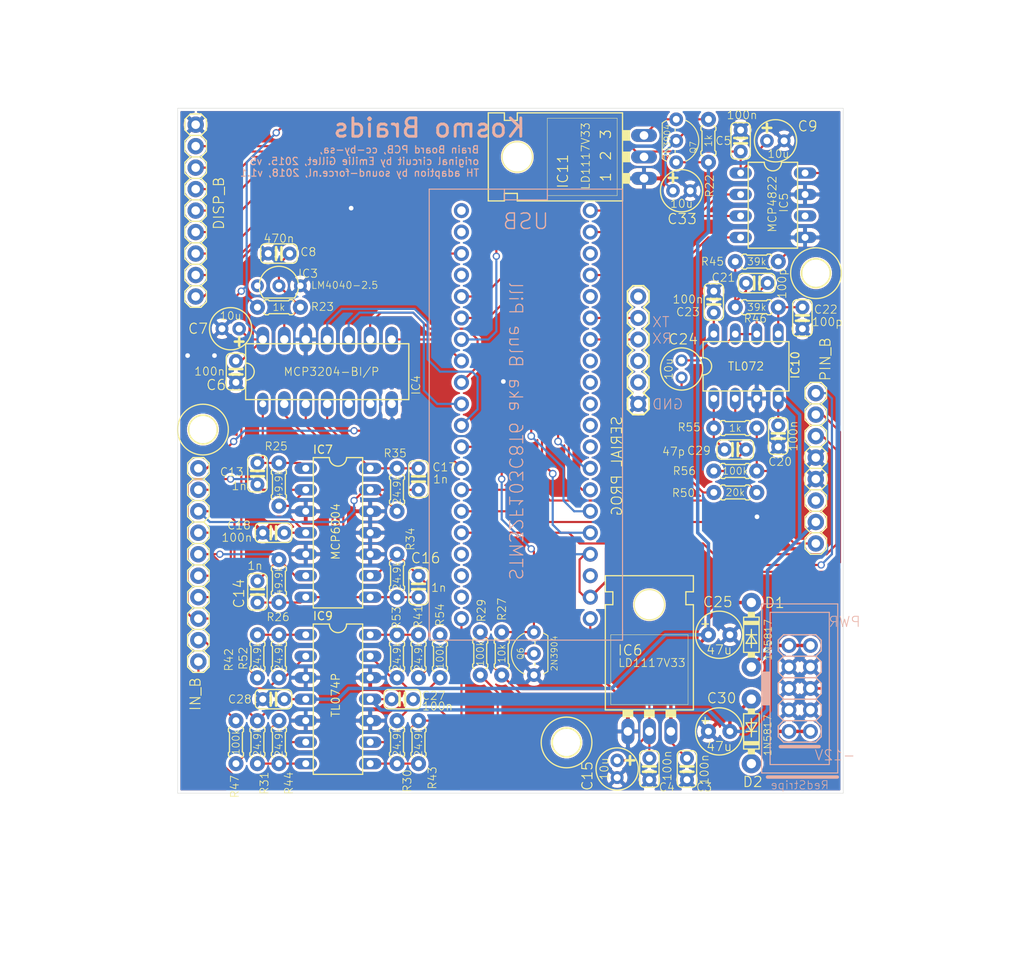
<source format=kicad_pcb>
(kicad_pcb (version 20171130) (host pcbnew 5.1.5+dfsg1-2build2)
  (layers (0 Top signal) (31 Bottom signal) (34 B.Paste user) (35 F.Paste user) (36 B.SilkS user) (37 F.SilkS user) (38 B.Mask user) (39 F.Mask user) (44 Edge.Cuts user))
  (net 0 "")
  (net 1 GND)
  (net 2 +3V3)
  (net 3 RESET)
  (net 4 RX)
  (net 5 TX)
  (net 6 VCC)
  (net 7 VEE)
  (net 8 ENC_A)
  (net 9 ENC_B)
  (net 10 ENC_CLICK)
  (net 11 DISP_SCK)
  (net 12 DISP_SER)
  (net 13 DISP_EN)
  (net 14 ADC_SS)
  (net 15 ADC_SCK)
  (net 16 ADC_MISO)
  (net 17 ADC_MOSI)
  (net 18 DAC_SS)
  (net 19 DAC_MOSI)
  (net 20 DAC_SCK)
  (net 21 DISP_CHAR0)
  (net 22 DISP_CHAR1)
  (net 23 DISP_CHAR2)
  (net 24 DISP_CHAR3)
  (net 25 N$45)
  (net 26 N$12)
  (net 27 VOCT_POT_2)
  (net 28 PITCH_CV)
  (net 29 FM_POT_A_2)
  (net 30 N$53)
  (net 31 FM_POT_B_2)
  (net 32 TIMBRE_POT_A_2)
  (net 33 N$51)
  (net 34 N$58)
  (net 35 PARAM1_CV)
  (net 36 PARAM2_CV)
  (net 37 N$63)
  (net 38 N$66)
  (net 39 GATE)
  (net 40 AUDIO_OUT)
  (net 41 N$67)
  (net 42 N$69)
  (net 43 N$71)
  (net 44 N$68)
  (net 45 N$73)
  (net 46 AREF)
  (net 47 FM_CV)
  (net 48 N$75)
  (net 49 N$56)
  (net 50 N$64)
  (net 51 COLOR_POT_2)
  (net 52 TIMBRE_POT_B_2)
  (net 53 FINE_TUNE_2)
  (net 54 OUT)
  (net 55 +3V3A)
  (net 56 PC13_UNUSED)
  (net 57 PC14_UNUSED)
  (net 58 PC15_UNUSED)
  (net 59 5V)
  (net 60 PB4_UNUSED)
  (net 61 PB3_UNUSED)
  (net 62 PA15_UNUSED)
  (net 63 PA12_UNUSED)
  (net 64 PA11_UNUSED)
  (net 65 PA8_UNUSED)
  (net 66 PA14_UNUSED)
  (net 67 VOUT1_2V)
  (net 68 UNUSED)
  (net 69 COLOR_JACK_2)
  (net 70 VOCT_JACK_2)
  (net 71 TRIG_JACK_2)
  (net 72 ONBOARD)
  (net 73 ONBOARD2)
  (net 74 +3V3_2)
  (net 75 N$7)
  (net 76 N$8)
  (module braids_through-hole_V1.1_BRAIN:E2,5-6 (layer Top) (at 173.1911 126.7686)
    (fp_text reference C25 (at -1.9911 -3.1686) (layer F.SilkS) (effects (font (size 1.2065 1.2065) (thickness 0.12065)) (justify left bottom)))
    (fp_text value 47u (at 0 1.778) (layer F.SilkS) (effects (font (size 1.08585 1.08585) (thickness 0.108585))))
    (pad + thru_hole circle (at -1.27 0) (size 1.778 1.778) (drill 0.8128) (layers *.Cu *.Mask) (net 6 VCC))
    (pad - thru_hole circle (at 1.27 0) (size 1.778 1.778) (drill 0.8128) (layers *.Cu *.Mask) (net 1 GND))
  )
  (module braids_through-hole_V1.1_BRAIN:E2,5-6 (layer Top) (at 173.1911 138.1986)
    (fp_text reference C30 (at -1.5411 -3.2236) (layer F.SilkS) (effects (font (size 1.2065 1.2065) (thickness 0.12065)) (justify left bottom)))
    (fp_text value 47u (at 0 1.778) (layer F.SilkS) (effects (font (size 1.08585 1.08585) (thickness 0.108585))))
    (pad + thru_hole circle (at -1.27 0) (size 1.778 1.778) (drill 0.8128) (layers *.Cu *.Mask) (net 1 GND))
    (pad - thru_hole circle (at 1.27 0) (size 1.778 1.778) (drill 0.8128) (layers *.Cu *.Mask) (net 7 VEE))
  )
  (module braids_through-hole_V1.1_BRAIN:E2-5 (layer Top) (at 161.1261 142.6436 270)
    (fp_text reference C15 (at 2.6564 2.8261 90) (layer F.SilkS) (effects (font (size 1.2065 1.2065) (thickness 0.12065)) (justify left bottom)))
    (fp_text value 10u (at 0 1.524 90) (layer F.SilkS) (effects (font (size 0.9652 0.9652) (thickness 0.09652))))
    (pad + thru_hole circle (at -1.016 0 270) (size 1.6 1.6) (drill 0.8128) (layers *.Cu *.Mask) (net 2 +3V3))
    (pad - thru_hole circle (at 1.016 0 270) (size 1.524 1.524) (drill 0.8128) (layers *.Cu *.Mask) (net 1 GND))
  )
  (module braids_through-hole_V1.1_BRAIN:0204_5 (layer Top) (at 140.1711 129.3086 270)
    (fp_text reference R54 (at -6.3086 0 90) (layer F.SilkS) (effects (font (size 0.94107 0.94107) (thickness 0.094107)) (justify right)))
    (fp_text value 100k (at 0 0 90) (layer F.SilkS) (effects (font (size 0.84455 0.84455) (thickness 0.084455))))
    (pad 2 thru_hole circle (at 2.54 0 270) (size 1.778 1.778) (drill 0.8128) (layers *.Cu *.Mask) (net 25 N$45))
    (pad 1 thru_hole circle (at -2.54 0 270) (size 1.778 1.778) (drill 0.8128) (layers *.Cu *.Mask) (net 70 VOCT_JACK_2))
  )
  (module braids_through-hole_V1.1_BRAIN:0204_5 (layer Top) (at 135.0911 129.3086 90)
    (fp_text reference R53 (at 5.9836 -0.0661 90) (layer F.SilkS) (effects (font (size 0.94107 0.94107) (thickness 0.094107)) (justify right)))
    (fp_text value 24.9k (at 0 0 90) (layer F.SilkS) (effects (font (size 0.84455 0.84455) (thickness 0.084455))))
    (pad 2 thru_hole circle (at 2.54 0 90) (size 1.778 1.778) (drill 0.8128) (layers *.Cu *.Mask) (net 26 N$12))
    (pad 1 thru_hole circle (at -2.54 0 90) (size 1.778 1.778) (drill 0.8128) (layers *.Cu *.Mask) (net 25 N$45))
  )
  (module braids_through-hole_V1.1_BRAIN:0204_5 (layer Top) (at 135.0911 119.7836 270)
    (fp_text reference R34 (at -5.7586 -1.5839 90) (layer F.SilkS) (effects (font (size 0.94107 0.94107) (thickness 0.094107)) (justify right)))
    (fp_text value 24.9k (at 0 0 90) (layer F.SilkS) (effects (font (size 0.84455 0.84455) (thickness 0.084455))))
    (pad 2 thru_hole circle (at 2.54 0 270) (size 1.778 1.778) (drill 0.8128) (layers *.Cu *.Mask) (net 28 PITCH_CV))
    (pad 1 thru_hole circle (at -2.54 0 270) (size 1.778 1.778) (drill 0.8128) (layers *.Cu *.Mask) (net 27 VOCT_POT_2))
  )
  (module braids_through-hole_V1.1_BRAIN:0204_5 (layer Top) (at 137.6311 129.3086 270)
    (fp_text reference R41 (at -6.1086 0.0311 90) (layer F.SilkS) (effects (font (size 0.94107 0.94107) (thickness 0.094107)) (justify right)))
    (fp_text value 24.9k (at 0 0 90) (layer F.SilkS) (effects (font (size 0.84455 0.84455) (thickness 0.084455))))
    (pad 2 thru_hole circle (at 2.54 0 270) (size 1.778 1.778) (drill 0.8128) (layers *.Cu *.Mask) (net 27 VOCT_POT_2))
    (pad 1 thru_hole circle (at -2.54 0 270) (size 1.778 1.778) (drill 0.8128) (layers *.Cu *.Mask) (net 26 N$12))
  )
  (module braids_through-hole_V1.1_BRAIN:DIL14 (layer Top) (at 128.1061 134.3886 270)
    (fp_text reference IC9 (at -9.271 3.048) (layer F.SilkS) (effects (font (size 0.9652 0.9652) (thickness 0.14478)) (justify left bottom)))
    (fp_text value TL074P (at 2.2114 -0.2939 90) (layer F.SilkS) (effects (font (size 0.9652 0.9652) (thickness 0.115824)) (justify left bottom)))
    (pad 14 thru_hole oval (at -7.62 -3.81) (size 2.6416 1.3208) (drill 0.8128) (layers *.Cu *.Mask) (net 26 N$12))
    (pad 13 thru_hole oval (at -5.08 -3.81) (size 2.6416 1.3208) (drill 0.8128) (layers *.Cu *.Mask) (net 25 N$45))
    (pad 12 thru_hole oval (at -2.54 -3.81) (size 2.6416 1.3208) (drill 0.8128) (layers *.Cu *.Mask) (net 1 GND))
    (pad 11 thru_hole oval (at 0 -3.81) (size 2.6416 1.3208) (drill 0.8128) (layers *.Cu *.Mask) (net 7 VEE))
    (pad 10 thru_hole oval (at 2.54 -3.81) (size 2.6416 1.3208) (drill 0.8128) (layers *.Cu *.Mask) (net 1 GND))
    (pad 9 thru_hole oval (at 5.08 -3.81) (size 2.6416 1.3208) (drill 0.8128) (layers *.Cu *.Mask) (net 32 TIMBRE_POT_A_2))
    (pad 5 thru_hole oval (at 2.54 3.81) (size 2.6416 1.3208) (drill 0.8128) (layers *.Cu *.Mask) (net 1 GND))
    (pad 6 thru_hole oval (at 5.08 3.81) (size 2.6416 1.3208) (drill 0.8128) (layers *.Cu *.Mask) (net 37 N$63))
    (pad 4 thru_hole oval (at 0 3.81) (size 2.6416 1.3208) (drill 0.8128) (layers *.Cu *.Mask) (net 6 VCC))
    (pad 3 thru_hole oval (at -2.54 3.81) (size 2.6416 1.3208) (drill 0.8128) (layers *.Cu *.Mask) (net 1 GND))
    (pad 8 thru_hole oval (at 7.62 -3.81) (size 2.6416 1.3208) (drill 0.8128) (layers *.Cu *.Mask) (net 33 N$51))
    (pad 7 thru_hole oval (at 7.62 3.81) (size 2.6416 1.3208) (drill 0.8128) (layers *.Cu *.Mask) (net 34 N$58))
    (pad 2 thru_hole oval (at -5.08 3.81) (size 2.6416 1.3208) (drill 0.8128) (layers *.Cu *.Mask) (net 29 FM_POT_A_2))
    (pad 1 thru_hole oval (at -7.62 3.81) (size 2.6416 1.3208) (drill 0.8128) (layers *.Cu *.Mask) (net 30 N$53))
  )
  (module braids_through-hole_V1.1_BRAIN:DIL14 (layer Top) (at 128.1061 114.7036 270)
    (fp_text reference IC7 (at -9.271 3.048) (layer F.SilkS) (effects (font (size 0.9652 0.9652) (thickness 0.14478)) (justify left bottom)))
    (fp_text value MCP6004 (at 3.2964 -0.2939 90) (layer F.SilkS) (effects (font (size 0.9652 0.9652) (thickness 0.115824)) (justify left bottom)))
    (pad 14 thru_hole oval (at -7.62 -3.81) (size 2.6416 1.3208) (drill 0.8128) (layers *.Cu *.Mask) (net 47 FM_CV))
    (pad 13 thru_hole oval (at -5.08 -3.81) (size 2.6416 1.3208) (drill 0.8128) (layers *.Cu *.Mask) (net 31 FM_POT_B_2))
    (pad 12 thru_hole oval (at -2.54 -3.81) (size 2.6416 1.3208) (drill 0.8128) (layers *.Cu *.Mask) (net 1 GND))
    (pad 11 thru_hole oval (at 0 -3.81) (size 2.6416 1.3208) (drill 0.8128) (layers *.Cu *.Mask) (net 1 GND))
    (pad 10 thru_hole oval (at 2.54 -3.81) (size 2.6416 1.3208) (drill 0.8128) (layers *.Cu *.Mask) (net 1 GND))
    (pad 9 thru_hole oval (at 5.08 -3.81) (size 2.6416 1.3208) (drill 0.8128) (layers *.Cu *.Mask) (net 27 VOCT_POT_2))
    (pad 5 thru_hole oval (at 2.54 3.81) (size 2.6416 1.3208) (drill 0.8128) (layers *.Cu *.Mask) (net 1 GND))
    (pad 6 thru_hole oval (at 5.08 3.81) (size 2.6416 1.3208) (drill 0.8128) (layers *.Cu *.Mask) (net 51 COLOR_POT_2))
    (pad 4 thru_hole oval (at 0 3.81) (size 2.6416 1.3208) (drill 0.8128) (layers *.Cu *.Mask) (net 55 +3V3A))
    (pad 3 thru_hole oval (at -2.54 3.81) (size 2.6416 1.3208) (drill 0.8128) (layers *.Cu *.Mask) (net 1 GND))
    (pad 8 thru_hole oval (at 7.62 -3.81) (size 2.6416 1.3208) (drill 0.8128) (layers *.Cu *.Mask) (net 28 PITCH_CV))
    (pad 7 thru_hole oval (at 7.62 3.81) (size 2.6416 1.3208) (drill 0.8128) (layers *.Cu *.Mask) (net 36 PARAM2_CV))
    (pad 2 thru_hole oval (at -5.08 3.81) (size 2.6416 1.3208) (drill 0.8128) (layers *.Cu *.Mask) (net 52 TIMBRE_POT_B_2))
    (pad 1 thru_hole oval (at -7.62 3.81) (size 2.6416 1.3208) (drill 0.8128) (layers *.Cu *.Mask) (net 35 PARAM1_CV))
  )
  (module braids_through-hole_V1.1_BRAIN:0204_5 (layer Top) (at 121.1211 129.3086 90)
    (fp_text reference R52 (at 1.1836 -4.2211 90) (layer F.SilkS) (effects (font (size 0.94107 0.94107) (thickness 0.094107)) (justify right)))
    (fp_text value 24.9k (at 0 0 90) (layer F.SilkS) (effects (font (size 0.84455 0.84455) (thickness 0.084455))))
    (pad 2 thru_hole circle (at 2.54 0 90) (size 1.778 1.778) (drill 0.8128) (layers *.Cu *.Mask) (net 30 N$53))
    (pad 1 thru_hole circle (at -2.54 0 90) (size 1.778 1.778) (drill 0.8128) (layers *.Cu *.Mask) (net 29 FM_POT_A_2))
  )
  (module braids_through-hole_V1.1_BRAIN:0204_5 (layer Top) (at 118.5811 129.3086 270)
    (fp_text reference R42 (at -1.0086 3.3811 90) (layer F.SilkS) (effects (font (size 0.94107 0.94107) (thickness 0.094107)) (justify right)))
    (fp_text value 24.9k (at 0 0 90) (layer F.SilkS) (effects (font (size 0.84455 0.84455) (thickness 0.084455))))
    (pad 2 thru_hole circle (at 2.54 0 270) (size 1.778 1.778) (drill 0.8128) (layers *.Cu *.Mask) (net 31 FM_POT_B_2))
    (pad 1 thru_hole circle (at -2.54 0 270) (size 1.778 1.778) (drill 0.8128) (layers *.Cu *.Mask) (net 30 N$53))
  )
  (module braids_through-hole_V1.1_BRAIN:0204_5 (layer Top) (at 135.0911 109.6236 90)
    (fp_text reference R35 (at 4.3236 1.2089) (layer F.SilkS) (effects (font (size 0.94107 0.94107) (thickness 0.094107)) (justify right)))
    (fp_text value 24.9k (at 0 0 90) (layer F.SilkS) (effects (font (size 0.84455 0.84455) (thickness 0.084455))))
    (pad 2 thru_hole circle (at 2.54 0 90) (size 1.778 1.778) (drill 0.8128) (layers *.Cu *.Mask) (net 47 FM_CV))
    (pad 1 thru_hole circle (at -2.54 0 90) (size 1.778 1.778) (drill 0.8128) (layers *.Cu *.Mask) (net 31 FM_POT_B_2))
  )
  (module braids_through-hole_V1.1_BRAIN:0204_5 (layer Top) (at 137.6311 139.4686 270)
    (fp_text reference R43 (at 2.8064 -1.6439 90) (layer F.SilkS) (effects (font (size 0.94107 0.94107) (thickness 0.094107)) (justify right)))
    (fp_text value 24.9k (at 0 0 90) (layer F.SilkS) (effects (font (size 0.84455 0.84455) (thickness 0.084455))))
    (pad 2 thru_hole circle (at 2.54 0 270) (size 1.778 1.778) (drill 0.8128) (layers *.Cu *.Mask) (net 33 N$51))
    (pad 1 thru_hole circle (at -2.54 0 270) (size 1.778 1.778) (drill 0.8128) (layers *.Cu *.Mask) (net 32 TIMBRE_POT_A_2))
  )
  (module braids_through-hole_V1.1_BRAIN:0204_5 (layer Top) (at 135.0911 139.4686 90)
    (fp_text reference R30 (at -3.1564 1.2089 90) (layer F.SilkS) (effects (font (size 0.94107 0.94107) (thickness 0.094107)) (justify right)))
    (fp_text value 24.9k (at 0 0 90) (layer F.SilkS) (effects (font (size 0.84455 0.84455) (thickness 0.084455))))
    (pad 2 thru_hole circle (at 2.54 0 90) (size 1.778 1.778) (drill 0.8128) (layers *.Cu *.Mask) (net 52 TIMBRE_POT_B_2))
    (pad 1 thru_hole circle (at -2.54 0 90) (size 1.778 1.778) (drill 0.8128) (layers *.Cu *.Mask) (net 33 N$51))
  )
  (module braids_through-hole_V1.1_BRAIN:0204_5 (layer Top) (at 121.1211 108.9886 90)
    (fp_text reference R25 (at 4.5136 1.1039 180) (layer F.SilkS) (effects (font (size 0.94107 0.94107) (thickness 0.094107)) (justify right)))
    (fp_text value 49.9k (at 0 0 90) (layer F.SilkS) (effects (font (size 0.84455 0.84455) (thickness 0.084455))))
    (pad 2 thru_hole circle (at 2.54 0 90) (size 1.778 1.778) (drill 0.8128) (layers *.Cu *.Mask) (net 35 PARAM1_CV))
    (pad 1 thru_hole circle (at -2.54 0 90) (size 1.778 1.778) (drill 0.8128) (layers *.Cu *.Mask) (net 52 TIMBRE_POT_B_2))
  )
  (module braids_through-hole_V1.1_BRAIN:0204_5 (layer Top) (at 116.0411 139.4686 270)
    (fp_text reference R47 (at 3.8314 0.1411 90) (layer F.SilkS) (effects (font (size 0.94107 0.94107) (thickness 0.094107)) (justify right)))
    (fp_text value 100k (at 0 0 90) (layer F.SilkS) (effects (font (size 0.84455 0.84455) (thickness 0.084455))))
    (pad 2 thru_hole circle (at 2.54 0 270) (size 1.778 1.778) (drill 0.8128) (layers *.Cu *.Mask) (net 37 N$63))
    (pad 1 thru_hole circle (at -2.54 0 270) (size 1.778 1.778) (drill 0.8128) (layers *.Cu *.Mask) (net 69 COLOR_JACK_2))
  )
  (module braids_through-hole_V1.1_BRAIN:0204_5 (layer Top) (at 121.1211 139.4686 270)
    (fp_text reference R44 (at 3.4314 -1.1789 90) (layer F.SilkS) (effects (font (size 0.94107 0.94107) (thickness 0.094107)) (justify right)))
    (fp_text value 24.9k (at 0 0 90) (layer F.SilkS) (effects (font (size 0.84455 0.84455) (thickness 0.084455))))
    (pad 2 thru_hole circle (at 2.54 0 270) (size 1.778 1.778) (drill 0.8128) (layers *.Cu *.Mask) (net 34 N$58))
    (pad 1 thru_hole circle (at -2.54 0 270) (size 1.778 1.778) (drill 0.8128) (layers *.Cu *.Mask) (net 37 N$63))
  )
  (module braids_through-hole_V1.1_BRAIN:0204_5 (layer Top) (at 118.5811 139.4686 90)
    (fp_text reference R31 (at -3.4314 0.8189 90) (layer F.SilkS) (effects (font (size 0.94107 0.94107) (thickness 0.094107)) (justify right)))
    (fp_text value 24.9k (at 0 0 90) (layer F.SilkS) (effects (font (size 0.84455 0.84455) (thickness 0.084455))))
    (pad 2 thru_hole circle (at 2.54 0 90) (size 1.778 1.778) (drill 0.8128) (layers *.Cu *.Mask) (net 51 COLOR_POT_2))
    (pad 1 thru_hole circle (at -2.54 0 90) (size 1.778 1.778) (drill 0.8128) (layers *.Cu *.Mask) (net 34 N$58))
  )
  (module braids_through-hole_V1.1_BRAIN:0204_5 (layer Top) (at 121.1211 120.4186 270)
    (fp_text reference R26 (at 4.2564 -1.3289) (layer F.SilkS) (effects (font (size 0.94107 0.94107) (thickness 0.094107)) (justify right)))
    (fp_text value 49.9k (at 0 0 90) (layer F.SilkS) (effects (font (size 0.84455 0.84455) (thickness 0.084455))))
    (pad 2 thru_hole circle (at 2.54 0 270) (size 1.778 1.778) (drill 0.8128) (layers *.Cu *.Mask) (net 36 PARAM2_CV))
    (pad 1 thru_hole circle (at -2.54 0 270) (size 1.778 1.778) (drill 0.8128) (layers *.Cu *.Mask) (net 51 COLOR_POT_2))
  )
  (module braids_through-hole_V1.1_BRAIN:TO92-CBE (layer Top) (at 151.2836 128.9911 90)
    (fp_text reference Q6 (at 0 -1.5875 90) (layer F.SilkS) (effects (font (size 0.7239 0.7239) (thickness 0.0762))))
    (fp_text value 2N3904 (at 0.0161 2.4164 90) (layer F.SilkS) (effects (font (size 0.7239 0.7239) (thickness 0.0762))))
    (pad B thru_hole circle (at 0 0 180) (size 1.6256 1.6256) (drill 0.8128) (layers *.Cu *.Mask) (net 38 N$66))
    (pad E thru_hole circle (at -2.54 0 180) (size 1.6256 1.6256) (drill 0.8128) (layers *.Cu *.Mask) (net 1 GND))
    (pad C thru_hole circle (at 2.54 0 180) (size 1.6256 1.6256) (drill 0.8128) (layers *.Cu *.Mask) (net 39 GATE))
  )
  (module braids_through-hole_V1.1_BRAIN:0204_5 (layer Top) (at 144.9336 128.9911 90)
    (fp_text reference R29 (at 6.5161 0.1414 90) (layer F.SilkS) (effects (font (size 0.94107 0.94107) (thickness 0.094107)) (justify right)))
    (fp_text value 100k (at 0 0 90) (layer F.SilkS) (effects (font (size 0.84455 0.84455) (thickness 0.084455))))
    (pad 2 thru_hole circle (at 2.54 0 90) (size 1.778 1.778) (drill 0.8128) (layers *.Cu *.Mask) (net 38 N$66))
    (pad 1 thru_hole circle (at -2.54 0 90) (size 1.778 1.778) (drill 0.8128) (layers *.Cu *.Mask) (net 71 TRIG_JACK_2))
  )
  (module braids_through-hole_V1.1_BRAIN:0204_5 (layer Top) (at 147.4736 128.9911 270)
    (fp_text reference R27 (at -6.6661 -0.0264 90) (layer F.SilkS) (effects (font (size 0.94107 0.94107) (thickness 0.094107)) (justify right)))
    (fp_text value 10k (at 0 0 90) (layer F.SilkS) (effects (font (size 0.84455 0.84455) (thickness 0.084455))))
    (pad 2 thru_hole circle (at 2.54 0 270) (size 1.778 1.778) (drill 0.8128) (layers *.Cu *.Mask) (net 2 +3V3))
    (pad 1 thru_hole circle (at -2.54 0 270) (size 1.778 1.778) (drill 0.8128) (layers *.Cu *.Mask) (net 39 GATE))
  )
  (module braids_through-hole_V1.1_BRAIN:C025-024X044 (layer Top) (at 118.5811 121.6886 270)
    (fp_text reference C14 (at 0.2114 2.1811 90) (layer F.SilkS) (effects (font (size 1.2065 1.2065) (thickness 0.12065))))
    (fp_text value 1n (at -3.0886 0.2811) (layer F.SilkS) (effects (font (size 0.9652 0.9652) (thickness 0.09652))))
    (pad 2 thru_hole circle (at 1.27 0 270) (size 1.651 1.651) (drill 0.8128) (layers *.Cu *.Mask) (net 36 PARAM2_CV))
    (pad 1 thru_hole circle (at -1.27 0 270) (size 1.651 1.651) (drill 0.8128) (layers *.Cu *.Mask) (net 51 COLOR_POT_2))
  )
  (module braids_through-hole_V1.1_BRAIN:C025-024X044 (layer Top) (at 118.5811 107.7186 90)
    (fp_text reference C13 (at 0.1936 -3.0311) (layer F.SilkS) (effects (font (size 0.9652 0.9652) (thickness 0.09652))))
    (fp_text value 1n (at -1.4564 -2.1561) (layer F.SilkS) (effects (font (size 0.9652 0.9652) (thickness 0.09652))))
    (pad 2 thru_hole circle (at 1.27 0 90) (size 1.651 1.651) (drill 0.8128) (layers *.Cu *.Mask) (net 35 PARAM1_CV))
    (pad 1 thru_hole circle (at -1.27 0 90) (size 1.651 1.651) (drill 0.8128) (layers *.Cu *.Mask) (net 52 TIMBRE_POT_B_2))
  )
  (module braids_through-hole_V1.1_BRAIN:C025-024X044 (layer Top) (at 137.6311 121.0536 270)
    (fp_text reference C16 (at -3.3536 -0.8439) (layer F.SilkS) (effects (font (size 1.2065 1.2065) (thickness 0.12065))))
    (fp_text value 1n (at 0.1464 -2.3939) (layer F.SilkS) (effects (font (size 0.9652 0.9652) (thickness 0.09652))))
    (pad 2 thru_hole circle (at 1.27 0 270) (size 1.651 1.651) (drill 0.8128) (layers *.Cu *.Mask) (net 28 PITCH_CV))
    (pad 1 thru_hole circle (at -1.27 0 270) (size 1.651 1.651) (drill 0.8128) (layers *.Cu *.Mask) (net 27 VOCT_POT_2))
  )
  (module braids_through-hole_V1.1_BRAIN:C025-024X044 (layer Top) (at 137.6311 108.3536 90)
    (fp_text reference C17 (at 1.4036 3.0439) (layer F.SilkS) (effects (font (size 0.9652 0.9652) (thickness 0.09652))))
    (fp_text value 1n (at -0.0214 2.6189) (layer F.SilkS) (effects (font (size 0.9652 0.9652) (thickness 0.09652))))
    (pad 2 thru_hole circle (at 1.27 0 90) (size 1.651 1.651) (drill 0.8128) (layers *.Cu *.Mask) (net 47 FM_CV))
    (pad 1 thru_hole circle (at -1.27 0 90) (size 1.651 1.651) (drill 0.8128) (layers *.Cu *.Mask) (net 31 FM_POT_B_2))
  )
  (module braids_through-hole_V1.1_BRAIN:DIL08 (layer Top) (at 176.3661 95.0186)
    (fp_text reference IC10 (at 6.3839 1.5814 90) (layer F.SilkS) (effects (font (size 0.9652 0.9652) (thickness 0.14478)) (justify left bottom)))
    (fp_text value TL072 (at 0 0) (layer F.SilkS) (effects (font (size 0.9652 0.9652) (thickness 0.115824))))
    (pad 5 thru_hole oval (at 3.81 -3.81 90) (size 2.54 1.27) (drill 0.8128) (layers *.Cu *.Mask) (net 42 N$69))
    (pad 6 thru_hole oval (at 1.27 -3.81 90) (size 2.54 1.27) (drill 0.8128) (layers *.Cu *.Mask) (net 41 N$67))
    (pad 4 thru_hole oval (at 3.81 3.81 90) (size 2.54 1.27) (drill 0.8128) (layers *.Cu *.Mask) (net 7 VEE))
    (pad 3 thru_hole oval (at 1.27 3.81 90) (size 2.54 1.27) (drill 0.8128) (layers *.Cu *.Mask) (net 1 GND))
    (pad 8 thru_hole oval (at -3.81 -3.81 90) (size 2.54 1.27) (drill 0.8128) (layers *.Cu *.Mask) (net 6 VCC))
    (pad 7 thru_hole oval (at -1.27 -3.81 90) (size 2.54 1.27) (drill 0.8128) (layers *.Cu *.Mask) (net 41 N$67))
    (pad 2 thru_hole oval (at -1.27 3.81 90) (size 2.54 1.27) (drill 0.8128) (layers *.Cu *.Mask) (net 48 N$75))
    (pad 1 thru_hole oval (at -3.81 3.81 90) (size 2.54 1.27) (drill 0.8128) (layers *.Cu *.Mask) (net 45 N$73))
  )
  (module braids_through-hole_V1.1_BRAIN:0204_5 (layer Top) (at 177.6361 82.6361)
    (fp_text reference R45 (at -3.81 0) (layer F.SilkS) (effects (font (size 0.94107 0.94107) (thickness 0.094107)) (justify right)))
    (fp_text value 39k (at 0 0) (layer F.SilkS) (effects (font (size 0.84455 0.84455) (thickness 0.084455))))
    (pad 2 thru_hole circle (at 2.54 0) (size 1.778 1.778) (drill 0.8128) (layers *.Cu *.Mask) (net 40 AUDIO_OUT))
    (pad 1 thru_hole circle (at -2.54 0) (size 1.778 1.778) (drill 0.8128) (layers *.Cu *.Mask) (net 43 N$71))
  )
  (module braids_through-hole_V1.1_BRAIN:0204_5 (layer Top) (at 177.6361 88.0336 180)
    (fp_text reference R46 (at -1.2639 -1.3414) (layer F.SilkS) (effects (font (size 0.94107 0.94107) (thickness 0.094107)) (justify right)))
    (fp_text value 39k (at 0 0) (layer F.SilkS) (effects (font (size 0.84455 0.84455) (thickness 0.084455))))
    (pad 2 thru_hole circle (at 2.54 0 180) (size 1.778 1.778) (drill 0.8128) (layers *.Cu *.Mask) (net 43 N$71))
    (pad 1 thru_hole circle (at -2.54 0 180) (size 1.778 1.778) (drill 0.8128) (layers *.Cu *.Mask) (net 42 N$69))
  )
  (module braids_through-hole_V1.1_BRAIN:C025-024X044 (layer Top) (at 183.0336 89.3036 270)
    (fp_text reference C22 (at -1.0036 -2.7664) (layer F.SilkS) (effects (font (size 0.9652 0.9652) (thickness 0.09652))))
    (fp_text value 100p (at 0.4714 -2.9414) (layer F.SilkS) (effects (font (size 0.9652 0.9652) (thickness 0.09652))))
    (pad 2 thru_hole circle (at 1.27 0 270) (size 1.651 1.651) (drill 0.8128) (layers *.Cu *.Mask) (net 1 GND))
    (pad 1 thru_hole circle (at -1.27 0 270) (size 1.651 1.651) (drill 0.8128) (layers *.Cu *.Mask) (net 42 N$69))
  )
  (module braids_through-hole_V1.1_BRAIN:C025-024X044 (layer Top) (at 177.6361 85.1761)
    (fp_text reference C21 (at -3.9361 -0.6511) (layer F.SilkS) (effects (font (size 0.9652 0.9652) (thickness 0.09652))))
    (fp_text value 100p (at 2.9889 0.0739 90) (layer F.SilkS) (effects (font (size 0.9652 0.9652) (thickness 0.09652))))
    (pad 2 thru_hole circle (at 1.27 0) (size 1.651 1.651) (drill 0.8128) (layers *.Cu *.Mask) (net 41 N$67))
    (pad 1 thru_hole circle (at -1.27 0) (size 1.651 1.651) (drill 0.8128) (layers *.Cu *.Mask) (net 43 N$71))
  )
  (module braids_through-hole_V1.1_BRAIN:0204_5 (layer Top) (at 175.0961 109.9411 180)
    (fp_text reference R50 (at 4.6961 -0.0589) (layer F.SilkS) (effects (font (size 0.94107 0.94107) (thickness 0.094107)) (justify right)))
    (fp_text value 20k (at 0 0) (layer F.SilkS) (effects (font (size 0.84455 0.84455) (thickness 0.084455))))
    (pad 2 thru_hole circle (at 2.54 0 180) (size 1.778 1.778) (drill 0.8128) (layers *.Cu *.Mask) (net 44 N$68))
    (pad 1 thru_hole circle (at -2.54 0 180) (size 1.778 1.778) (drill 0.8128) (layers *.Cu *.Mask) (net 48 N$75))
  )
  (module braids_through-hole_V1.1_BRAIN:0204_5 (layer Top) (at 175.0961 107.4011 180)
    (fp_text reference R56 (at 4.5961 0) (layer F.SilkS) (effects (font (size 0.94107 0.94107) (thickness 0.094107)) (justify right)))
    (fp_text value 100k (at 0 0) (layer F.SilkS) (effects (font (size 0.84455 0.84455) (thickness 0.084455))))
    (pad 2 thru_hole circle (at 2.54 0 180) (size 1.778 1.778) (drill 0.8128) (layers *.Cu *.Mask) (net 48 N$75))
    (pad 1 thru_hole circle (at -2.54 0 180) (size 1.778 1.778) (drill 0.8128) (layers *.Cu *.Mask) (net 54 OUT))
  )
  (module braids_through-hole_V1.1_BRAIN:0204_5 (layer Top) (at 175.0961 102.3211 180)
    (fp_text reference R55 (at 4.0211 0.0961) (layer F.SilkS) (effects (font (size 0.94107 0.94107) (thickness 0.094107)) (justify right)))
    (fp_text value 1k (at 0 0) (layer F.SilkS) (effects (font (size 0.84455 0.84455) (thickness 0.084455))))
    (pad 2 thru_hole circle (at 2.54 0 180) (size 1.778 1.778) (drill 0.8128) (layers *.Cu *.Mask) (net 45 N$73))
    (pad 1 thru_hole circle (at -2.54 0 180) (size 1.778 1.778) (drill 0.8128) (layers *.Cu *.Mask) (net 54 OUT))
  )
  (module braids_through-hole_V1.1_BRAIN:C025-024X044 (layer Top) (at 120.4861 134.3886 180)
    (fp_text reference C28 (at 3.9861 -0.0114) (layer F.SilkS) (effects (font (size 0.9652 0.9652) (thickness 0.09652))))
    (fp_text value 100n)
    (pad 2 thru_hole circle (at 1.27 0 180) (size 1.651 1.651) (drill 0.8128) (layers *.Cu *.Mask) (net 1 GND))
    (pad 1 thru_hole circle (at -1.27 0 180) (size 1.651 1.651) (drill 0.8128) (layers *.Cu *.Mask) (net 6 VCC))
  )
  (module braids_through-hole_V1.1_BRAIN:C025-024X044 (layer Top) (at 120.4861 114.7036 180)
    (fp_text reference C18 (at 4.0861 0.8786) (layer F.SilkS) (effects (font (size 0.9652 0.9652) (thickness 0.09652))))
    (fp_text value 100n (at 4.3361 -0.5714) (layer F.SilkS) (effects (font (size 0.9652 0.9652) (thickness 0.09652))))
    (pad 2 thru_hole circle (at 1.27 0 180) (size 1.651 1.651) (drill 0.8128) (layers *.Cu *.Mask) (net 1 GND))
    (pad 1 thru_hole circle (at -1.27 0 180) (size 1.651 1.651) (drill 0.8128) (layers *.Cu *.Mask) (net 55 +3V3A))
  )
  (module braids_through-hole_V1.1_BRAIN:C025-024X044 (layer Top) (at 172.5561 87.3986 90)
    (fp_text reference C23 (at -1.2014 -3.0561) (layer F.SilkS) (effects (font (size 0.9652 0.9652) (thickness 0.09652))))
    (fp_text value 100n (at 0.2986 -3.0561) (layer F.SilkS) (effects (font (size 0.9652 0.9652) (thickness 0.09652))))
    (pad 2 thru_hole circle (at 1.27 0 90) (size 1.651 1.651) (drill 0.8128) (layers *.Cu *.Mask) (net 1 GND))
    (pad 1 thru_hole circle (at -1.27 0 90) (size 1.651 1.651) (drill 0.8128) (layers *.Cu *.Mask) (net 6 VCC))
  )
  (module braids_through-hole_V1.1_BRAIN:C025-024X044 (layer Top) (at 135.7261 134.3886 180)
    (fp_text reference C27 (at -3.6989 0.4136) (layer F.SilkS) (effects (font (size 0.9652 0.9652) (thickness 0.09652))))
    (fp_text value 100n (at -4.1489 -0.8364) (layer F.SilkS) (effects (font (size 0.9652 0.9652) (thickness 0.09652))))
    (pad 2 thru_hole circle (at 1.27 0 180) (size 1.651 1.651) (drill 0.8128) (layers *.Cu *.Mask) (net 7 VEE))
    (pad 1 thru_hole circle (at -1.27 0 180) (size 1.651 1.651) (drill 0.8128) (layers *.Cu *.Mask) (net 1 GND))
  )
  (module braids_through-hole_V1.1_BRAIN:C025-024X044 (layer Top) (at 180.1761 103.2736 90)
    (fp_text reference C20 (at -3.0264 0.2239) (layer F.SilkS) (effects (font (size 0.9652 0.9652) (thickness 0.09652))))
    (fp_text value 100n (at 0 1.778 90) (layer F.SilkS) (effects (font (size 0.9652 0.9652) (thickness 0.09652))))
    (pad 2 thru_hole circle (at 1.27 0 90) (size 1.651 1.651) (drill 0.8128) (layers *.Cu *.Mask) (net 7 VEE))
    (pad 1 thru_hole circle (at -1.27 0 90) (size 1.651 1.651) (drill 0.8128) (layers *.Cu *.Mask) (net 1 GND))
  )
  (module braids_through-hole_V1.1_BRAIN:C025-024X044 (layer Top) (at 175.0961 104.8611 180)
    (fp_text reference C29 (at 4.2961 -0.1389) (layer F.SilkS) (effects (font (size 0.9652 0.9652) (thickness 0.09652))))
    (fp_text value 47p (at 7.2961 -0.2389) (layer F.SilkS) (effects (font (size 0.9652 0.9652) (thickness 0.09652))))
    (pad 2 thru_hole circle (at 1.27 0 180) (size 1.651 1.651) (drill 0.8128) (layers *.Cu *.Mask) (net 45 N$73))
    (pad 1 thru_hole circle (at -1.27 0 180) (size 1.651 1.651) (drill 0.8128) (layers *.Cu *.Mask) (net 48 N$75))
  )
  (module braids_through-hole_V1.1_BRAIN:0204_5 (layer Top) (at 121.1211 88.0336)
    (fp_text reference R23 (at 6.5789 -0.0586) (layer F.SilkS) (effects (font (size 0.94107 0.94107) (thickness 0.094107)) (justify right)))
    (fp_text value 1k (at 0 0) (layer F.SilkS) (effects (font (size 0.84455 0.84455) (thickness 0.084455))))
    (pad 2 thru_hole circle (at 2.54 0) (size 1.778 1.778) (drill 0.8128) (layers *.Cu *.Mask) (net 46 AREF))
    (pad 1 thru_hole circle (at -2.54 0) (size 1.778 1.778) (drill 0.8128) (layers *.Cu *.Mask) (net 55 +3V3A))
  )
  (module braids_through-hole_V1.1_BRAIN:C025-024X044 (layer Top) (at 121.1211 81.6836 180)
    (fp_text reference C8 (at -3.4789 0.1836 180) (layer F.SilkS) (effects (font (size 0.9652 0.9652) (thickness 0.09652))))
    (fp_text value 470n (at 0 1.778) (layer F.SilkS) (effects (font (size 0.9652 0.9652) (thickness 0.09652))))
    (pad 2 thru_hole circle (at 1.27 0 180) (size 1.651 1.651) (drill 0.8128) (layers *.Cu *.Mask) (net 1 GND))
    (pad 1 thru_hole circle (at -1.27 0 180) (size 1.651 1.651) (drill 0.8128) (layers *.Cu *.Mask) (net 46 AREF))
  )
  (module braids_through-hole_V1.1_BRAIN:1X06 (layer Top) (at 163.6186 99.4636 90)
    (fp_text reference SERIAL_PROG (at -1.3462 -1.8288 90) (layer F.SilkS) (effects (font (size 1.2065 1.2065) (thickness 0.12065)) (justify left bottom mirror)))
    (fp_text value "")
    (pad 6 thru_hole circle (at 12.7 0 180) (size 1.8796 1.8796) (drill 1.016) (layers *.Cu *.Mask))
    (pad 5 thru_hole circle (at 10.16 0 180) (size 1.8796 1.8796) (drill 1.016) (layers *.Cu *.Mask) (net 5 TX))
    (pad 4 thru_hole circle (at 7.62 0 180) (size 1.8796 1.8796) (drill 1.016) (layers *.Cu *.Mask) (net 4 RX))
    (pad 3 thru_hole circle (at 5.08 0 180) (size 1.8796 1.8796) (drill 1.016) (layers *.Cu *.Mask))
    (pad 2 thru_hole circle (at 2.54 0 180) (size 1.8796 1.8796) (drill 1.016) (layers *.Cu *.Mask))
    (pad 1 thru_hole circle (at 0 0 180) (size 1.8796 1.8796) (drill 1.016) (layers *.Cu *.Mask) (net 1 GND))
  )
  (module braids_through-hole_V1.1_BRAIN:E2-5_NP (layer Top) (at 168.7461 95.3361 270)
    (fp_text reference C24 (at -2.8111 1.6461) (layer F.SilkS) (effects (font (size 1.2065 1.2065) (thickness 0.12065)) (justify left bottom)))
    (fp_text value 10u (at 0 1.524 90) (layer F.SilkS) (effects (font (size 0.91694 0.91694) (thickness 0.091694))))
    (pad + thru_hole circle (at -1.016 0 270) (size 1.4224 1.4224) (drill 0.8128) (layers *.Cu *.Mask) (net 41 N$67))
    (pad - thru_hole circle (at 1.016 0 270) (size 1.4224 1.4224) (drill 0.8128) (layers *.Cu *.Mask) (net 44 N$68))
  )
  (module braids_through-hole_V1.1_BRAIN:DO41-7.6 (layer Top) (at 177.0011 126.7686 270)
    (fp_text reference D1 (at -3.0686 -1.4989) (layer F.SilkS) (effects (font (size 1.2065 1.2065) (thickness 0.12065)) (justify left bottom)))
    (fp_text value 1N5817 (at 3.1064 -2.4739 90) (layer F.SilkS) (effects (font (size 0.84455 0.84455) (thickness 0.084455)) (justify left bottom)))
    (pad A thru_hole circle (at 3.81 0 270) (size 2.286 2.286) (drill 1.1) (layers *.Cu *.Mask) (net 49 N$56))
    (pad C thru_hole circle (at -3.81 0 270) (size 2.286 2.286) (drill 1.1) (layers *.Cu *.Mask) (net 6 VCC))
  )
  (module braids_through-hole_V1.1_BRAIN:DO41-7.6 (layer Top) (at 177.0011 138.1986 90)
    (fp_text reference D2 (at -6.6764 -1.1011) (layer F.SilkS) (effects (font (size 1.2065 1.2065) (thickness 0.12065)) (justify left bottom)))
    (fp_text value 1N5817 (at -2.9764 2.4239 270) (layer F.SilkS) (effects (font (size 0.84455 0.84455) (thickness 0.084455)) (justify left bottom)))
    (pad A thru_hole circle (at 3.81 0 90) (size 2.286 2.286) (drill 1.1) (layers *.Cu *.Mask) (net 7 VEE))
    (pad C thru_hole circle (at -3.81 0 90) (size 2.286 2.286) (drill 1.1) (layers *.Cu *.Mask) (net 50 N$64))
  )
  (module braids_through-hole_V1.1_BRAIN:EURO (layer Bottom) (at 182.7161 133.1186 270)
    (fp_text reference PWR (at -7.175 -3.35 180) (layer B.SilkS) (effects (font (size 1.2065 1.2065) (thickness 0.09652)) (justify right bottom mirror)))
    (fp_text value EURO hide)
    (fp_text user -12V (at 8.6 -1.69 180) (layer B.SilkS) (effects (font (size 1.2065 1.2065) (thickness 0.1016)) (justify right bottom mirror)))
    (pad 10 thru_hole circle (at 5.08 1.27 270) (size 1.75 1.75) (drill 1.016) (layers *.Cu *.Mask) (net 50 N$64))
    (pad 9 thru_hole circle (at 5.08 -1.27 270) (size 1.75 1.75) (drill 1.016) (layers *.Cu *.Mask) (net 50 N$64))
    (pad 8 thru_hole circle (at 2.54 1.27 270) (size 1.75 1.75) (drill 1.016) (layers *.Cu *.Mask) (net 1 GND))
    (pad 7 thru_hole circle (at 2.54 -1.27 270) (size 1.75 1.75) (drill 1.016) (layers *.Cu *.Mask) (net 1 GND))
    (pad 6 thru_hole circle (at 0 1.27 270) (size 1.75 1.75) (drill 1.016) (layers *.Cu *.Mask) (net 1 GND))
    (pad 5 thru_hole circle (at 0 -1.27 270) (size 1.75 1.75) (drill 1.016) (layers *.Cu *.Mask) (net 1 GND))
    (pad 4 thru_hole circle (at -2.54 1.27 270) (size 1.75 1.75) (drill 1.016) (layers *.Cu *.Mask) (net 1 GND))
    (pad 3 thru_hole circle (at -2.54 -1.27 270) (size 1.75 1.75) (drill 1.016) (layers *.Cu *.Mask) (net 1 GND))
    (pad 2 thru_hole circle (at -5.08 1.27 270) (size 1.75 1.75) (drill 1.016) (layers *.Cu *.Mask) (net 49 N$56))
    (pad 1 thru_hole circle (at -5.08 -1.27 270) (size 1.75 1.75) (drill 1.016) (layers *.Cu *.Mask) (net 49 N$56))
  )
  (module braids_through-hole_V1.1_BRAIN:TO220L1 (layer Top) (at 164.9361 134.3886)
    (fp_text reference IC6 (at -3.81 -5.08) (layer F.SilkS) (effects (font (size 1.2065 1.2065) (thickness 0.12065)) (justify left bottom)))
    (fp_text value LD1117V33 (at -3.7361 -3.7386) (layer F.SilkS) (effects (font (size 0.95 0.95) (thickness 0.095)) (justify left bottom)))
    (pad "" np_thru_hole circle (at 0 -11.176) (size 3.302 3.302) (drill 3.302) (layers *.Cu *.Mask))
    (pad 3 thru_hole oval (at 2.54 3.81 90) (size 3.048 1.524) (drill 1.016) (layers *.Cu *.Mask) (net 6 VCC))
    (pad 2 thru_hole oval (at 0 3.81 90) (size 3.048 1.524) (drill 1.016) (layers *.Cu *.Mask) (net 2 +3V3))
    (pad 1 thru_hole oval (at -2.54 3.81 90) (size 3.048 1.524) (drill 1.016) (layers *.Cu *.Mask) (net 1 GND))
  )
  (module braids_through-hole_V1.1_BRAIN:C025-024X044 (layer Top) (at 169.3811 142.6436 270)
    (fp_text reference C3 (at 2.1564 -2.032) (layer F.SilkS) (effects (font (size 0.9652 0.9652) (thickness 0.09652))))
    (fp_text value 100n (at 0.0814 -2.0689 90) (layer F.SilkS) (effects (font (size 0.9652 0.9652) (thickness 0.09652))))
    (pad 2 thru_hole circle (at 1.27 0 270) (size 1.651 1.651) (drill 0.8128) (layers *.Cu *.Mask) (net 1 GND))
    (pad 1 thru_hole circle (at -1.27 0 270) (size 1.651 1.651) (drill 0.8128) (layers *.Cu *.Mask) (net 6 VCC))
  )
  (module braids_through-hole_V1.1_BRAIN:E2-5 (layer Top) (at 168.7461 74.2541)
    (fp_text reference C33 (at -1.7711 4.0459) (layer F.SilkS) (effects (font (size 1.2065 1.2065) (thickness 0.12065)) (justify left bottom)))
    (fp_text value 10u (at 0 1.524) (layer F.SilkS) (effects (font (size 0.9652 0.9652) (thickness 0.09652))))
    (pad + thru_hole circle (at -1.016 0) (size 1.6 1.6) (drill 0.8128) (layers *.Cu *.Mask) (net 76 N$8))
    (pad - thru_hole circle (at 1.016 0) (size 1.524 1.524) (drill 0.8128) (layers *.Cu *.Mask) (net 1 GND))
  )
  (module braids_through-hole_V1.1_BRAIN:TO220L1 (layer Top) (at 160.4911 70.2536 90)
    (fp_text reference IC11 (at -3.81 -5.08 90) (layer F.SilkS) (effects (font (size 1.2065 1.2065) (thickness 0.12065)) (justify left bottom)))
    (fp_text value LD1117V33 (at -3.937 -2.54 90) (layer F.SilkS) (effects (font (size 0.95 0.95) (thickness 0.095)) (justify left bottom)))
    (fp_text user 3 (at 2.032 0 90) (layer F.SilkS) (effects (font (size 1.2065 1.2065) (thickness 0.127)) (justify left bottom)))
    (fp_text user 2 (at -0.508 0 90) (layer F.SilkS) (effects (font (size 1.2065 1.2065) (thickness 0.127)) (justify left bottom)))
    (fp_text user 1 (at -3.048 0 90) (layer F.SilkS) (effects (font (size 1.2065 1.2065) (thickness 0.127)) (justify left bottom)))
    (pad "" np_thru_hole circle (at 0 -11.176 90) (size 3.302 3.302) (drill 3.302) (layers *.Cu *.Mask))
    (pad 3 thru_hole oval (at 2.54 3.81 180) (size 3.048 1.524) (drill 1.016) (layers *.Cu *.Mask) (net 75 N$7))
    (pad 2 thru_hole oval (at 0 3.81 180) (size 3.048 1.524) (drill 1.016) (layers *.Cu *.Mask) (net 55 +3V3A))
    (pad 1 thru_hole oval (at -2.54 3.81 180) (size 3.048 1.524) (drill 1.016) (layers *.Cu *.Mask) (net 1 GND))
  )
  (module braids_through-hole_V1.1_BRAIN:TO127P254X495-3 (layer Top) (at 121.1211 84.8586 180)
    (fp_text reference IC3 (at -3.4539 0.8086) (layer F.SilkS) (effects (font (size 0.9652 0.9652) (thickness 0.09652))))
    (fp_text value LM4040-2.5 (at -7.7789 -0.5664 180) (layer F.SilkS) (effects (font (size 0.84455 0.84455) (thickness 0.084455))))
    (pad ANODE thru_hole circle (at -2.54 -0.635) (size 1.524 1.524) (drill 0.762) (layers *.Cu *.Mask) (net 1 GND))
    (pad CATHODE thru_hole circle (at 0 -0.635) (size 1.524 1.524) (drill 0.762) (layers *.Cu *.Mask) (net 46 AREF))
    (pad NC thru_hole circle (at 2.54 -0.635) (size 1.524 1.524) (drill 0.762) (layers *.Cu *.Mask))
  )
  (module braids_through-hole_V1.1_BRAIN:C025-024X044 (layer Top) (at 175.7311 68.3486 90)
    (fp_text reference C5 (at 0 -2.032) (layer F.SilkS) (effects (font (size 0.9652 0.9652) (thickness 0.09652))))
    (fp_text value 100n (at 3.0486 0.1689) (layer F.SilkS) (effects (font (size 0.9652 0.9652) (thickness 0.09652))))
    (pad 2 thru_hole circle (at 1.27 0 90) (size 1.651 1.651) (drill 0.8128) (layers *.Cu *.Mask) (net 1 GND))
    (pad 1 thru_hole circle (at -1.27 0 90) (size 1.651 1.651) (drill 0.8128) (layers *.Cu *.Mask) (net 55 +3V3A))
  )
  (module braids_through-hole_V1.1_BRAIN:STM32F103C8T6 (layer Bottom) (at 150.3311 100.7336)
    (fp_text reference UC1 hide)
    (fp_text value STM32F103C8T6 hide)
    (fp_text user USB (at 0 -22.86) (layer B.SilkS) (effects (font (size 1.83388 1.83388) (thickness 0.154432)) (justify mirror)))
    (pad PB9 thru_hole circle (at 7.62 16.51) (size 1.778 1.778) (drill 1.016) (layers *.Cu *.Mask) (net 1 GND))
    (pad PB8 thru_hole circle (at 7.62 13.97) (size 1.778 1.778) (drill 1.016) (layers *.Cu *.Mask) (net 22 DISP_CHAR1))
    (pad PB7 thru_hole circle (at 7.62 11.43) (size 1.778 1.778) (drill 1.016) (layers *.Cu *.Mask) (net 21 DISP_CHAR0))
    (pad PB6 thru_hole circle (at 7.62 8.89) (size 1.778 1.778) (drill 1.016) (layers *.Cu *.Mask) (net 24 DISP_CHAR3))
    (pad PB5 thru_hole circle (at 7.62 6.35) (size 1.778 1.778) (drill 1.016) (layers *.Cu *.Mask) (net 23 DISP_CHAR2))
    (pad PB4 thru_hole circle (at 7.62 3.81) (size 1.778 1.778) (drill 1.016) (layers *.Cu *.Mask) (net 60 PB4_UNUSED))
    (pad PB3 thru_hole circle (at 7.62 1.27) (size 1.778 1.778) (drill 1.016) (layers *.Cu *.Mask) (net 61 PB3_UNUSED))
    (pad PA15 thru_hole circle (at 7.62 -1.27) (size 1.778 1.778) (drill 1.016) (layers *.Cu *.Mask) (net 62 PA15_UNUSED))
    (pad PA12 thru_hole circle (at 7.62 -3.81) (size 1.778 1.778) (drill 1.016) (layers *.Cu *.Mask) (net 63 PA12_UNUSED))
    (pad PA11 thru_hole circle (at 7.62 -6.35) (size 1.778 1.778) (drill 1.016) (layers *.Cu *.Mask) (net 64 PA11_UNUSED))
    (pad PA10 thru_hole circle (at 7.62 -8.89) (size 1.778 1.778) (drill 1.016) (layers *.Cu *.Mask) (net 4 RX))
    (pad PA9 thru_hole circle (at 7.62 -11.43) (size 1.778 1.778) (drill 1.016) (layers *.Cu *.Mask) (net 5 TX))
    (pad PA8 thru_hole circle (at 7.62 -13.97) (size 1.778 1.778) (drill 1.016) (layers *.Cu *.Mask) (net 65 PA8_UNUSED))
    (pad PB15 thru_hole circle (at 7.62 -16.51) (size 1.778 1.778) (drill 1.016) (layers *.Cu *.Mask) (net 19 DAC_MOSI))
    (pad PB14 thru_hole circle (at 7.62 -19.05) (size 1.778 1.778) (drill 1.016) (layers *.Cu *.Mask) (net 66 PA14_UNUSED))
    (pad PB13 thru_hole circle (at 7.62 -21.59) (size 1.778 1.778) (drill 1.016) (layers *.Cu *.Mask) (net 20 DAC_SCK))
    (pad PB12 thru_hole circle (at 7.62 -24.13) (size 1.778 1.778) (drill 1.016) (layers *.Cu *.Mask) (net 18 DAC_SS))
    (pad GND2 thru_hole circle (at -7.62 -24.13) (size 1.778 1.778) (drill 1.016) (layers *.Cu *.Mask) (net 73 ONBOARD2))
    (pad GND thru_hole circle (at -7.62 -21.59) (size 1.778 1.778) (drill 1.016) (layers *.Cu *.Mask) (net 72 ONBOARD))
    (pad 3.3V thru_hole circle (at -7.62 -19.05) (size 1.778 1.778) (drill 1.016) (layers *.Cu *.Mask) (net 74 +3V3_2))
    (pad RESET thru_hole circle (at -7.62 -16.51) (size 1.778 1.778) (drill 1.016) (layers *.Cu *.Mask) (net 3 RESET))
    (pad PB11 thru_hole circle (at -7.62 -13.97) (size 1.778 1.778) (drill 1.016) (layers *.Cu *.Mask) (net 11 DISP_SCK))
    (pad PB10 thru_hole circle (at -7.62 -11.43) (size 1.778 1.778) (drill 1.016) (layers *.Cu *.Mask) (net 13 DISP_EN))
    (pad PB1 thru_hole circle (at -7.62 -8.89) (size 1.778 1.778) (drill 1.016) (layers *.Cu *.Mask) (net 12 DISP_SER))
    (pad PB0 thru_hole circle (at -7.62 -6.35) (size 1.778 1.778) (drill 1.016) (layers *.Cu *.Mask) (net 14 ADC_SS))
    (pad PA7 thru_hole circle (at -7.62 -3.81) (size 1.778 1.778) (drill 1.016) (layers *.Cu *.Mask) (net 17 ADC_MOSI))
    (pad PA6 thru_hole circle (at -7.62 -1.27) (size 1.778 1.778) (drill 1.016) (layers *.Cu *.Mask) (net 16 ADC_MISO))
    (pad PA5 thru_hole circle (at -7.62 1.27) (size 1.778 1.778) (drill 1.016) (layers *.Cu *.Mask) (net 15 ADC_SCK))
    (pad PA4 thru_hole circle (at -7.62 3.81) (size 1.778 1.778) (drill 1.016) (layers *.Cu *.Mask) (net 39 GATE))
    (pad PA3 thru_hole circle (at -7.62 6.35) (size 1.778 1.778) (drill 1.016) (layers *.Cu *.Mask) (net 53 FINE_TUNE_2))
    (pad PA2 thru_hole circle (at -7.62 8.89) (size 1.778 1.778) (drill 1.016) (layers *.Cu *.Mask) (net 10 ENC_CLICK))
    (pad PA1 thru_hole circle (at -7.62 11.43) (size 1.778 1.778) (drill 1.016) (layers *.Cu *.Mask) (net 9 ENC_B))
    (pad PA0 thru_hole circle (at -7.62 13.97) (size 1.778 1.778) (drill 1.016) (layers *.Cu *.Mask) (net 8 ENC_A))
    (pad PC15 thru_hole circle (at -7.62 16.51) (size 1.778 1.778) (drill 1.016) (layers *.Cu *.Mask) (net 58 PC15_UNUSED))
    (pad PC14 thru_hole circle (at -7.62 19.05) (size 1.778 1.778) (drill 1.016) (layers *.Cu *.Mask) (net 57 PC14_UNUSED))
    (pad PC13 thru_hole circle (at -7.62 21.59) (size 1.778 1.778) (drill 1.016) (layers *.Cu *.Mask) (net 56 PC13_UNUSED))
    (pad 5V thru_hole circle (at 7.62 19.05) (size 1.778 1.778) (drill 1.016) (layers *.Cu *.Mask) (net 59 5V))
    (pad GND3 thru_hole circle (at 7.62 21.59) (size 1.778 1.778) (drill 1.016) (layers *.Cu *.Mask) (net 1 GND))
    (pad 3.3V2 thru_hole circle (at 7.62 24.13) (size 1.778 1.778) (drill 1.016) (layers *.Cu *.Mask) (net 2 +3V3))
    (pad VBAT thru_hole circle (at -7.62 24.13) (size 1.778 1.778) (drill 1.016) (layers *.Cu *.Mask) (net 2 +3V3))
  )
  (module braids_through-hole_V1.1_BRAIN:DIP254P762X432-14 (layer Top) (at 126.8361 95.6536 90)
    (fp_text reference IC4 (at -2.8214 11.0639 90) (layer F.SilkS) (effects (font (size 0.9652 0.9652) (thickness 0.09652)) (justify left bottom)))
    (fp_text value MCP3204-BI/P (at -0.5714 -5.2111 180) (layer F.SilkS) (effects (font (size 0.9652 0.9652) (thickness 0.09652)) (justify left bottom)))
    (pad 14 thru_hole oval (at 3.81 -7.62 90) (size 2.9972 1.4986) (drill 0.9906) (layers *.Cu *.Mask) (net 55 +3V3A))
    (pad 13 thru_hole oval (at 3.81 -5.08 90) (size 2.9972 1.4986) (drill 0.9906) (layers *.Cu *.Mask) (net 46 AREF))
    (pad 12 thru_hole oval (at 3.81 -2.54 90) (size 2.9972 1.4986) (drill 0.9906) (layers *.Cu *.Mask) (net 1 GND))
    (pad 11 thru_hole oval (at 3.81 0 90) (size 2.9972 1.4986) (drill 0.9906) (layers *.Cu *.Mask) (net 15 ADC_SCK))
    (pad 10 thru_hole oval (at 3.81 2.54 90) (size 2.9972 1.4986) (drill 0.9906) (layers *.Cu *.Mask) (net 16 ADC_MISO))
    (pad 9 thru_hole oval (at 3.81 5.08 90) (size 2.9972 1.4986) (drill 0.9906) (layers *.Cu *.Mask) (net 17 ADC_MOSI))
    (pad 8 thru_hole oval (at 3.81 7.62 90) (size 2.9972 1.4986) (drill 0.9906) (layers *.Cu *.Mask) (net 14 ADC_SS))
    (pad 7 thru_hole oval (at -3.81 7.62 90) (size 2.9972 1.4986) (drill 0.9906) (layers *.Cu *.Mask) (net 1 GND))
    (pad 6 thru_hole oval (at -3.81 5.08 90) (size 2.9972 1.4986) (drill 0.9906) (layers *.Cu *.Mask))
    (pad 5 thru_hole oval (at -3.81 2.54 90) (size 2.9972 1.4986) (drill 0.9906) (layers *.Cu *.Mask))
    (pad 4 thru_hole oval (at -3.81 0 90) (size 2.9972 1.4986) (drill 0.9906) (layers *.Cu *.Mask) (net 47 FM_CV))
    (pad 3 thru_hole oval (at -3.81 -2.54 90) (size 2.9972 1.4986) (drill 0.9906) (layers *.Cu *.Mask) (net 28 PITCH_CV))
    (pad 2 thru_hole oval (at -3.81 -5.08 90) (size 2.9972 1.4986) (drill 0.9906) (layers *.Cu *.Mask) (net 36 PARAM2_CV))
    (pad 1 thru_hole oval (at -3.81 -7.62 90) (size 2.616 1.308) (drill 0.8) (layers *.Cu *.Mask) (net 35 PARAM1_CV))
  )
  (module braids_through-hole_V1.1_BRAIN:C025-024X044 (layer Top) (at 116.0411 95.6536 270)
    (fp_text reference C6 (at 1.5714 2.3411 180) (layer F.SilkS) (effects (font (size 1.2065 1.2065) (thickness 0.12065))))
    (fp_text value 100n (at -0.0286 3.1161) (layer F.SilkS) (effects (font (size 0.9652 0.9652) (thickness 0.09652))))
    (pad 2 thru_hole circle (at 1.27 0 270) (size 1.651 1.651) (drill 0.8128) (layers *.Cu *.Mask) (net 1 GND))
    (pad 1 thru_hole circle (at -1.27 0 270) (size 1.651 1.651) (drill 0.8128) (layers *.Cu *.Mask) (net 55 +3V3A))
  )
  (module braids_through-hole_V1.1_BRAIN:MCP4822 (layer Top) (at 179.5411 75.9686)
    (fp_text reference IC5 (at 1.8589 0.9314 90) (layer F.SilkS) (effects (font (size 0.9652 0.9652) (thickness 0.09652)) (justify left bottom)))
    (fp_text value MCP4822 (at -0.635 -3.556 90) (layer F.SilkS) (effects (font (size 0.9652 0.9652) (thickness 0.09652)) (justify right top)))
    (pad LDAC thru_hole oval (at 3.81 3.81) (size 2.6416 1.3208) (drill 0.8128) (layers *.Cu *.Mask) (net 1 GND))
    (pad VOUTB thru_hole oval (at 3.81 1.27) (size 2.6416 1.3208) (drill 0.8128) (layers *.Cu *.Mask) (net 67 VOUT1_2V))
    (pad SDI thru_hole oval (at -3.81 3.81) (size 2.6416 1.3208) (drill 0.8128) (layers *.Cu *.Mask) (net 19 DAC_MOSI))
    (pad SCK thru_hole oval (at -3.81 1.27) (size 2.6416 1.3208) (drill 0.8128) (layers *.Cu *.Mask) (net 20 DAC_SCK))
    (pad VOUTA thru_hole oval (at 3.81 -3.81) (size 2.6416 1.3208) (drill 0.8128) (layers *.Cu *.Mask) (net 40 AUDIO_OUT))
    (pad GND thru_hole oval (at 3.81 -1.27) (size 2.6416 1.3208) (drill 0.8128) (layers *.Cu *.Mask) (net 1 GND))
    (pad CS thru_hole oval (at -3.81 -1.27) (size 2.6416 1.3208) (drill 0.8128) (layers *.Cu *.Mask) (net 18 DAC_SS))
    (pad VCC thru_hole oval (at -3.81 -3.81) (size 2.6416 1.3208) (drill 0.8128) (layers *.Cu *.Mask) (net 55 +3V3A))
  )
  (module braids_through-hole_V1.1_BRAIN:1X10 (layer Top) (at 111.5961 118.5136 90)
    (fp_text reference IN_B (at -17.3364 0.3539 90) (layer F.SilkS) (effects (font (size 1.2065 1.2065) (thickness 0.12065)) (justify left bottom)))
    (fp_text value "")
    (pad 10 thru_hole circle (at 11.43 0 180) (size 1.9304 1.9304) (drill 1.016) (layers *.Cu *.Mask) (net 53 FINE_TUNE_2))
    (pad 9 thru_hole circle (at 8.89 0 180) (size 1.9304 1.9304) (drill 1.016) (layers *.Cu *.Mask) (net 27 VOCT_POT_2))
    (pad 8 thru_hole circle (at 6.35 0 180) (size 1.9304 1.9304) (drill 1.016) (layers *.Cu *.Mask) (net 31 FM_POT_B_2))
    (pad 7 thru_hole circle (at 3.81 0 180) (size 1.9304 1.9304) (drill 1.016) (layers *.Cu *.Mask) (net 29 FM_POT_A_2))
    (pad 6 thru_hole circle (at 1.27 0 180) (size 1.9304 1.9304) (drill 1.016) (layers *.Cu *.Mask) (net 51 COLOR_POT_2))
    (pad 5 thru_hole circle (at -1.27 0 180) (size 1.9304 1.9304) (drill 1.016) (layers *.Cu *.Mask) (net 69 COLOR_JACK_2))
    (pad 4 thru_hole circle (at -3.81 0 180) (size 1.9304 1.9304) (drill 1.016) (layers *.Cu *.Mask) (net 32 TIMBRE_POT_A_2))
    (pad 3 thru_hole circle (at -6.35 0 180) (size 1.9304 1.9304) (drill 1.016) (layers *.Cu *.Mask) (net 52 TIMBRE_POT_B_2))
    (pad 2 thru_hole circle (at -8.89 0 180) (size 1.9304 1.9304) (drill 1.016) (layers *.Cu *.Mask) (net 70 VOCT_JACK_2))
    (pad 1 thru_hole circle (at -11.43 0 180) (size 1.9304 1.9304) (drill 1.016) (layers *.Cu *.Mask) (net 71 TRIG_JACK_2))
  )
  (module braids_through-hole_V1.1_BRAIN:1X09 (layer Top) (at 111.2786 76.6036 90)
    (fp_text reference DISP_B (at -2.3464 3.4464 90) (layer F.SilkS) (effects (font (size 1.2065 1.2065) (thickness 0.12065)) (justify left bottom)))
    (fp_text value "")
    (pad 9 thru_hole circle (at 10.16 0 180) (size 1.9304 1.9304) (drill 1.016) (layers *.Cu *.Mask) (net 1 GND))
    (pad 8 thru_hole circle (at 7.62 0 180) (size 1.9304 1.9304) (drill 1.016) (layers *.Cu *.Mask) (net 24 DISP_CHAR3))
    (pad 7 thru_hole circle (at 5.08 0 180) (size 1.9304 1.9304) (drill 1.016) (layers *.Cu *.Mask) (net 23 DISP_CHAR2))
    (pad 6 thru_hole circle (at 2.54 0 180) (size 1.9304 1.9304) (drill 1.016) (layers *.Cu *.Mask) (net 22 DISP_CHAR1))
    (pad 5 thru_hole circle (at 0 0 180) (size 1.9304 1.9304) (drill 1.016) (layers *.Cu *.Mask) (net 21 DISP_CHAR0))
    (pad 4 thru_hole circle (at -2.54 0 180) (size 1.9304 1.9304) (drill 1.016) (layers *.Cu *.Mask) (net 13 DISP_EN))
    (pad 3 thru_hole circle (at -5.08 0 180) (size 1.9304 1.9304) (drill 1.016) (layers *.Cu *.Mask) (net 11 DISP_SCK))
    (pad 2 thru_hole circle (at -7.62 0 180) (size 1.9304 1.9304) (drill 1.016) (layers *.Cu *.Mask) (net 12 DISP_SER))
    (pad 1 thru_hole circle (at -10.16 0 180) (size 1.9304 1.9304) (drill 1.016) (layers *.Cu *.Mask) (net 74 +3V3_2))
  )
  (module braids_through-hole_V1.1_BRAIN:1X08 (layer Top) (at 184.6211 107.0836 270)
    (fp_text reference PIN_B (at -10.2362 -1.8288 90) (layer F.SilkS) (effects (font (size 1.2065 1.2065) (thickness 0.12065)) (justify left bottom)))
    (fp_text value "")
    (pad 8 thru_hole circle (at 8.89 0) (size 1.9304 1.9304) (drill 1.016) (layers *.Cu *.Mask) (net 54 OUT))
    (pad 7 thru_hole circle (at 6.35 0) (size 1.9304 1.9304) (drill 1.016) (layers *.Cu *.Mask) (net 7 VEE))
    (pad 6 thru_hole circle (at 3.81 0) (size 1.9304 1.9304) (drill 1.016) (layers *.Cu *.Mask) (net 68 UNUSED))
    (pad 5 thru_hole circle (at 1.27 0) (size 1.9304 1.9304) (drill 1.016) (layers *.Cu *.Mask) (net 1 GND))
    (pad 4 thru_hole circle (at -1.27 0) (size 1.9304 1.9304) (drill 1.016) (layers *.Cu *.Mask) (net 1 GND))
    (pad 3 thru_hole circle (at -3.81 0) (size 1.9304 1.9304) (drill 1.016) (layers *.Cu *.Mask) (net 10 ENC_CLICK))
    (pad 2 thru_hole circle (at -6.35 0) (size 1.9304 1.9304) (drill 1.016) (layers *.Cu *.Mask) (net 8 ENC_A))
    (pad 1 thru_hole circle (at -8.89 0) (size 1.9304 1.9304) (drill 1.016) (layers *.Cu *.Mask) (net 9 ENC_B))
  )
  (module braids_through-hole_V1.1_BRAIN:E2-5 (layer Top) (at 115.4061 90.5736 180)
    (fp_text reference C7 (at 5.1061 -0.7014) (layer F.SilkS) (effects (font (size 1.2065 1.2065) (thickness 0.12065)) (justify left bottom)))
    (fp_text value 10u (at 0 1.524) (layer F.SilkS) (effects (font (size 0.91694 0.91694) (thickness 0.091694))))
    (pad + thru_hole circle (at -1.016 0 180) (size 1.6 1.6) (drill 0.8128) (layers *.Cu *.Mask) (net 55 +3V3A))
    (pad - thru_hole circle (at 1.016 0 180) (size 1.524 1.524) (drill 0.8128) (layers *.Cu *.Mask) (net 1 GND))
  )
  (module braids_through-hole_V1.1_BRAIN:E2-5 (layer Top) (at 179.8586 68.3486)
    (fp_text reference C9 (at 2.54 -1.016) (layer F.SilkS) (effects (font (size 1.2065 1.2065) (thickness 0.12065)) (justify left bottom)))
    (fp_text value 10u (at 0.3414 1.5514) (layer F.SilkS) (effects (font (size 0.91694 0.91694) (thickness 0.091694))))
    (pad + thru_hole circle (at -1.016 0) (size 1.6 1.6) (drill 0.8128) (layers *.Cu *.Mask) (net 55 +3V3A))
    (pad - thru_hole circle (at 1.016 0) (size 1.524 1.524) (drill 0.8128) (layers *.Cu *.Mask) (net 1 GND))
  )
  (module braids_through-hole_V1.1_BRAIN:C025-024X044 (layer Top) (at 164.9361 142.6436 270)
    (fp_text reference C4 (at 2.1564 -2.0639) (layer F.SilkS) (effects (font (size 0.9652 0.9652) (thickness 0.09652))))
    (fp_text value 100n (at -0.3686 -2.1139 90) (layer F.SilkS) (effects (font (size 0.9652 0.9652) (thickness 0.09652))))
    (pad 2 thru_hole circle (at 1.27 0 270) (size 1.651 1.651) (drill 0.8128) (layers *.Cu *.Mask) (net 1 GND))
    (pad 1 thru_hole circle (at -1.27 0 270) (size 1.651 1.651) (drill 0.8128) (layers *.Cu *.Mask) (net 2 +3V3))
  )
  (module braids_through-hole_V1.1_BRAIN:TO92-CBE (layer Top) (at 168.1111 68.3486 270)
    (fp_text reference Q7 (at 0 -1.5875 270) (layer F.SilkS) (effects (font (size 0.7239 0.7239) (thickness 0.0762)) (justify right top)))
    (fp_text value 2N3904 (at -2.0236 1.4861 270) (layer F.SilkS) (effects (font (size 0.7239 0.7239) (thickness 0.0762)) (justify right top)))
    (pad B thru_hole circle (at 0 0) (size 1.6256 1.6256) (drill 0.8128) (layers *.Cu *.Mask) (net 76 N$8))
    (pad E thru_hole circle (at -2.54 0) (size 1.6256 1.6256) (drill 0.8128) (layers *.Cu *.Mask) (net 75 N$7))
    (pad C thru_hole circle (at 2.54 0) (size 1.6256 1.6256) (drill 0.8128) (layers *.Cu *.Mask) (net 6 VCC))
  )
  (module braids_through-hole_V1.1_BRAIN:0204_5 (layer Top) (at 171.9211 68.3486 270)
    (fp_text reference R22 (at 3.9014 -0.1539 90) (layer F.SilkS) (effects (font (size 0.94107 0.94107) (thickness 0.094107)) (justify right)))
    (fp_text value 1k (at 0 0 90) (layer F.SilkS) (effects (font (size 0.84455 0.84455) (thickness 0.084455))))
    (pad 2 thru_hole circle (at 2.54 0 270) (size 1.778 1.778) (drill 0.8128) (layers *.Cu *.Mask) (net 6 VCC))
    (pad 1 thru_hole circle (at -2.54 0 270) (size 1.778 1.778) (drill 0.8128) (layers *.Cu *.Mask) (net 76 N$8))
  )
  (module braids_through-hole_V1.1_BRAIN:3,2 (layer Top) (at 112.1411 102.5036)
    (fp_text reference U$2 hide)
    (fp_text value "" hide)
    (pad "" np_thru_hole circle (at 0 0) (size 3.2 3.2) (drill 3.2) (layers *.Cu *.Mask))
  )
  (module braids_through-hole_V1.1_BRAIN:3,2 (layer Top) (at 155.1411 139.5036)
    (fp_text reference U$3 hide)
    (fp_text value "" hide)
    (pad "" np_thru_hole circle (at 0 0) (size 3.2 3.2) (drill 3.2) (layers *.Cu *.Mask))
  )
  (module braids_through-hole_V1.1_BRAIN:3,2 (layer Top) (at 184.6411 84.0036)
    (fp_text reference U$5 hide)
    (fp_text value "" hide)
    (pad "" np_thru_hole circle (at 0 0) (size 3.2 3.2) (drill 3.2) (layers *.Cu *.Mask))
  )
  (gr_line (start 109.1411 145.5036) (end 109.1411 64.5036) (layer Edge.Cuts) (width 0.05))
  (gr_line (start 109.1411 64.5036) (end 187.8611 64.5036) (layer Edge.Cuts) (width 0.05))
  (gr_line (start 109.1411 145.5036) (end 187.8611 145.5036) (layer Edge.Cuts) (width 0.05))
  (gr_line (start 187.8611 64.5036) (end 187.8611 145.5036) (layer Edge.Cuts) (width 0.05))
  (gr_text "TX\nRX\n\n\n\nGND" (at 165.2 94.65) (layer B.SilkS) (effects (font (size 1.2065 1.2065) (thickness 0.1016)) (justify right mirror)))
  (gr_line (start 178.9061 143.5961) (end 187.1611 143.5961) (layer B.SilkS) (width 0.4064))
  (gr_text RedStripe (at 182.7161 144.5486) (layer B.SilkS) (effects (font (size 0.9652 0.9652) (thickness 0.08128)) (justify mirror)))
  (gr_text "STM32F103C8T6 aka Blue Pill" (at 150.025 84.95 -90) (layer B.SilkS) (effects (font (size 1.54432 1.54432) (thickness 0.130048)) (justify right top mirror)))
  (gr_text "Kosmo Braids" (at 150.4701 66.8246) (layer B.SilkS) (effects (font (size 2.1717 2.1717) (thickness 0.3429)) (justify left mirror)))
  (gr_text "Brain Board PCB, cc-by-sa, \noriginal circuit by Emilie Gillet, 2015. v5\nTH adaption by sound-force.nl, 2018, v1.1" (at 144.8821 70.7696) (layer B.SilkS) (effects (font (size 0.855 0.855) (thickness 0.135)) (justify left mirror)))
  (segment (start 184.6211 119.7836) (end 187.1611 122.3236) (width 0.3048) (layer Top) (net 1))
  (segment (start 187.1611 122.3236) (end 187.1611 131.2136) (width 0.3048) (layer Top) (net 1))
  (segment (start 185.2561 133.1186) (end 187.1611 131.2136) (width 0.3048) (layer Top) (net 1))
  (segment (start 163.0311 117.2436) (end 166.2061 117.2436) (width 0.3048) (layer Top) (net 1))
  (segment (start 168.7461 119.7836) (end 184.6211 119.7836) (width 0.3048) (layer Top) (net 1))
  (segment (start 166.2061 117.2436) (end 168.7461 119.7836) (width 0.3048) (layer Top) (net 1))
  (segment (start 183.9861 133.1186) (end 185.2561 133.1186) (width 0.3048) (layer Top) (net 1))
  (segment (start 157.9511 117.2436) (end 156.9986 117.2436) (width 0.254) (layer Top) (net 1))
  (segment (start 136.6786 103.2736) (end 147.4736 103.2736) (width 0.254) (layer Bottom) (net 1))
  (segment (start 147.4736 103.2736) (end 151.2836 107.0836) (width 0.254) (layer Bottom) (net 1))
  (segment (start 151.2836 107.0836) (end 151.2836 113.1161) (width 0.254) (layer Bottom) (net 1))
  (segment (start 157.9511 117.2436) (end 155.4111 117.2436) (width 0.254) (layer Bottom) (net 1))
  (segment (start 155.4111 117.2436) (end 151.2836 113.1161) (width 0.254) (layer Bottom) (net 1))
  (segment (start 134.4561 99.4636) (end 134.4561 101.0511) (width 0.254) (layer Bottom) (net 1))
  (segment (start 134.4561 101.0511) (end 136.6786 103.2736) (width 0.254) (layer Bottom) (net 1))
  (segment (start 157.9511 122.3236) (end 163.0311 117.2436) (width 0.3048) (layer Top) (net 1))
  (segment (start 157.9511 122.3236) (end 157.3161 122.3236) (width 0.254) (layer Top) (net 1))
  (segment (start 157.3161 122.3236) (end 156.6811 121.6886) (width 0.254) (layer Top) (net 1))
  (segment (start 156.6811 121.6886) (end 156.6811 117.8786) (width 0.254) (layer Top) (net 1))
  (segment (start 156.6811 117.8786) (end 157.3161 117.2436) (width 0.254) (layer Top) (net 1))
  (segment (start 157.3161 117.2436) (end 157.9511 117.2436) (width 0.254) (layer Top) (net 1))
  (via (at 113.5011 93.7486) (size 0.8548) (drill 0.55) (layers Top Bottom) (net 1))
  (via (at 110.3261 93.7486) (size 0.8548) (drill 0.55) (layers Top Bottom) (net 1))
  (via (at 129.6661 76.3136) (size 0.8548) (drill 0.55) (layers Top Bottom) (net 1))
  (via (at 147.6661 96.8136) (size 0.8548) (drill 0.55) (layers Top Bottom) (net 1))
  (via (at 177.6661 112.8136) (size 0.8548) (drill 0.55) (layers Top Bottom) (net 1))
  (segment (start 159.5386 132.1661) (end 161.1261 133.7536) (width 0.3048) (layer Top) (net 2))
  (segment (start 157.9511 124.8636) (end 157.9511 130.5786) (width 0.254) (layer Top) (net 2))
  (segment (start 157.9511 130.5786) (end 159.5386 132.1661) (width 0.254) (layer Top) (net 2))
  (segment (start 147.4736 131.5311) (end 149.6961 133.7536) (width 0.254) (layer Top) (net 2))
  (segment (start 149.6961 133.7536) (end 161.1261 133.7536) (width 0.254) (layer Top) (net 2))
  (segment (start 147.4736 131.5311) (end 142.7111 126.7686) (width 0.254) (layer Top) (net 2))
  (segment (start 142.7111 126.7686) (end 142.7111 124.8636) (width 0.254) (layer Top) (net 2))
  (segment (start 164.9361 138.1986) (end 162.3961 141.3736) (width 0.254) (layer Top) (net 2))
  (segment (start 164.9361 138.1986) (end 164.9361 135.0236) (width 0.254) (layer Top) (net 2))
  (segment (start 164.9361 135.0236) (end 163.6661 133.7536) (width 0.254) (layer Top) (net 2))
  (segment (start 163.6661 133.7536) (end 161.1261 133.7536) (width 0.254) (layer Top) (net 2))
  (segment (start 164.9361 138.1986) (end 164.9361 141.3736) (width 0.254) (layer Top) (net 2))
  (segment (start 162.3961 141.3736) (end 162.1421 141.6276) (width 0.254) (layer Top) (net 2))
  (segment (start 162.1421 141.6276) (end 161.1261 141.6276) (width 0.254) (layer Top) (net 2))
  (segment (start 163.6186 91.8436) (end 157.9511 91.8436) (width 0.254) (layer Top) (net 4))
  (segment (start 163.6186 89.3036) (end 157.9511 89.3036) (width 0.254) (layer Top) (net 5))
  (segment (start 172.5561 88.6686) (end 172.5561 91.2086) (width 0.254) (layer Top) (net 6))
  (segment (start 121.7561 134.3886) (end 124.2961 134.3886) (width 0.254) (layer Top) (net 6))
  (segment (start 177.0011 122.9586) (end 173.8261 122.9586) (width 0.4064) (layer Top) (net 6))
  (segment (start 170.6511 93.1136) (end 170.6511 80.4136) (width 0.4064) (layer Bottom) (net 6))
  (segment (start 172.5561 91.2086) (end 170.6511 93.1136) (width 0.4064) (layer Bottom) (net 6))
  (segment (start 124.2961 134.3886) (end 128.1061 134.3886) (width 0.4064) (layer Bottom) (net 6))
  (segment (start 160.4911 133.1186) (end 166.8411 126.7686) (width 0.4064) (layer Bottom) (net 6))
  (segment (start 166.8411 126.7686) (end 171.9211 126.7686) (width 0.4064) (layer Bottom) (net 6))
  (segment (start 128.1061 134.3886) (end 129.3761 133.1186) (width 0.4064) (layer Bottom) (net 6))
  (segment (start 129.3761 133.1186) (end 160.4911 133.1186) (width 0.4064) (layer Bottom) (net 6))
  (segment (start 171.9211 126.7686) (end 171.9211 124.8636) (width 0.4064) (layer Top) (net 6))
  (segment (start 171.9211 124.8636) (end 173.8261 122.9586) (width 0.4064) (layer Top) (net 6))
  (segment (start 171.9211 126.7686) (end 171.9211 115.9736) (width 0.4064) (layer Bottom) (net 6))
  (segment (start 171.9211 115.9736) (end 170.6511 114.7036) (width 0.4064) (layer Bottom) (net 6))
  (segment (start 170.6511 114.7036) (end 170.6511 93.1136) (width 0.4064) (layer Bottom) (net 6))
  (segment (start 171.9211 126.7686) (end 167.4761 131.2136) (width 0.4064) (layer Top) (net 6))
  (segment (start 167.4761 138.1986) (end 167.4761 131.2136) (width 0.4064) (layer Top) (net 6))
  (segment (start 167.4761 138.1986) (end 167.4761 139.4686) (width 0.254) (layer Top) (net 6))
  (segment (start 167.4761 139.4686) (end 169.3811 141.3736) (width 0.254) (layer Top) (net 6))
  (segment (start 168.1111 70.8886) (end 171.9211 70.8886) (width 0.254) (layer Top) (net 6))
  (segment (start 171.9211 70.8886) (end 171.9211 79.1436) (width 0.4064) (layer Bottom) (net 6))
  (segment (start 171.9211 79.1436) (end 170.6511 80.4136) (width 0.4064) (layer Bottom) (net 6))
  (segment (start 180.1761 102.0036) (end 180.1761 98.8286) (width 0.254) (layer Top) (net 7))
  (segment (start 134.4561 134.3886) (end 131.9161 134.3886) (width 0.254) (layer Top) (net 7))
  (segment (start 174.4611 138.1986) (end 176.3661 138.1986) (width 0.4064) (layer Bottom) (net 7))
  (segment (start 180.8111 98.8286) (end 180.1761 98.8286) (width 0.4064) (layer Bottom) (net 7))
  (segment (start 176.3661 138.1986) (end 178.9061 135.6586) (width 0.4064) (layer Bottom) (net 7))
  (segment (start 178.9061 135.6586) (end 178.9061 119.1486) (width 0.4064) (layer Bottom) (net 7))
  (segment (start 180.8111 98.8286) (end 182.7161 100.7336) (width 0.4064) (layer Bottom) (net 7))
  (segment (start 184.6211 113.4336) (end 182.7161 115.3386) (width 0.4064) (layer Bottom) (net 7))
  (segment (start 182.7161 115.3386) (end 178.9061 119.1486) (width 0.4064) (layer Bottom) (net 7))
  (segment (start 182.7161 100.7336) (end 182.7161 115.3386) (width 0.4064) (layer Bottom) (net 7))
  (segment (start 131.9161 134.3886) (end 133.1861 135.6586) (width 0.4064) (layer Bottom) (net 7))
  (segment (start 177.0011 134.3886) (end 174.4611 136.9286) (width 0.4064) (layer Top) (net 7))
  (segment (start 174.4611 136.9286) (end 174.4611 138.1986) (width 0.4064) (layer Top) (net 7))
  (segment (start 171.9211 135.6586) (end 174.4611 138.1986) (width 0.4064) (layer Bottom) (net 7))
  (segment (start 133.1861 135.6586) (end 171.9211 135.6586) (width 0.4064) (layer Bottom) (net 7))
  (segment (start 184.6211 100.7336) (end 185.4339 100.7336) (width 0.254) (layer Top) (net 8))
  (segment (start 185.4339 100.7336) (end 187.4801 102.7798) (width 0.254) (layer Top) (net 8))
  (segment (start 142.7111 114.7036) (end 155.4111 114.7036) (width 0.254) (layer Top) (net 8))
  (segment (start 155.4111 114.7036) (end 156.6811 115.9736) (width 0.254) (layer Top) (net 8))
  (segment (start 156.6811 115.9736) (end 171.2861 115.9736) (width 0.254) (layer Top) (net 8))
  (segment (start 171.2861 115.9736) (end 174.6389 119.3264) (width 0.254) (layer Top) (net 8))
  (segment (start 174.6389 119.3264) (end 186.3483 119.3264) (width 0.254) (layer Top) (net 8))
  (segment (start 187.4801 102.7798) (end 187.4801 118.1946) (width 0.254) (layer Top) (net 8))
  (segment (start 187.4801 118.1946) (end 186.3483 119.3264) (width 0.254) (layer Top) (net 8))
  (segment (start 185.8911 98.1936) (end 184.6211 98.1936) (width 0.254) (layer Bottom) (net 9))
  (segment (start 142.7111 112.1636) (end 151.2836 112.1636) (width 0.254) (layer Top) (net 9))
  (segment (start 151.2836 112.1636) (end 152.5536 113.4336) (width 0.254) (layer Top) (net 9))
  (segment (start 152.5536 113.4336) (end 171.6036 113.4336) (width 0.254) (layer Top) (net 9))
  (segment (start 176.6836 118.5136) (end 185.2561 118.5136) (width 0.254) (layer Top) (net 9))
  (via (at 185.2561 118.5136) (size 0.8548) (drill 0.55) (layers Top Bottom) (net 9))
  (segment (start 185.2561 118.5136) (end 186.5261 117.2436) (width 0.254) (layer Bottom) (net 9))
  (segment (start 186.5261 98.8286) (end 185.8911 98.1936) (width 0.254) (layer Bottom) (net 9))
  (segment (start 171.6036 113.4336) (end 176.6836 118.5136) (width 0.254) (layer Top) (net 9))
  (segment (start 186.5261 117.2436) (end 186.5261 98.8286) (width 0.254) (layer Bottom) (net 9))
  (segment (start 187.0483 104.888) (end 187.0483 116.0864) (width 0.254) (layer Top) (net 10))
  (segment (start 184.6211 103.2736) (end 185.1433 103.2736) (width 0.254) (layer Top) (net 10))
  (segment (start 184.6211 103.2736) (end 185.4339 103.2736) (width 0.254) (layer Top) (net 10))
  (segment (start 185.4339 103.2736) (end 187.0483 104.888) (width 0.254) (layer Top) (net 10))
  (segment (start 142.7111 109.6236) (end 151.9186 109.6236) (width 0.254) (layer Top) (net 10))
  (segment (start 151.9186 109.6236) (end 153.1886 110.8936) (width 0.254) (layer Top) (net 10))
  (segment (start 177.6361 117.2436) (end 185.8911 117.2436) (width 0.254) (layer Top) (net 10))
  (segment (start 185.8911 117.2436) (end 187.0483 116.0864) (width 0.254) (layer Top) (net 10))
  (segment (start 153.1886 110.8936) (end 171.2861 110.8936) (width 0.254) (layer Top) (net 10))
  (segment (start 171.2861 110.8936) (end 177.6361 117.2436) (width 0.254) (layer Top) (net 10))
  (segment (start 148.4261 79.1436) (end 148.4261 83.5886) (width 0.254) (layer Top) (net 11))
  (segment (start 111.2786 81.6836) (end 114.7711 81.6836) (width 0.254) (layer Top) (net 11))
  (segment (start 114.7711 81.6836) (end 124.2961 72.1586) (width 0.254) (layer Top) (net 11))
  (segment (start 148.4261 83.5886) (end 145.2511 86.7636) (width 0.254) (layer Top) (net 11))
  (segment (start 145.2511 86.7636) (end 142.7111 86.7636) (width 0.254) (layer Top) (net 11))
  (segment (start 141.4411 72.1586) (end 148.4261 79.1436) (width 0.254) (layer Top) (net 11))
  (segment (start 124.2961 72.1586) (end 141.4411 72.1586) (width 0.254) (layer Top) (net 11))
  (segment (start 111.2786 84.2236) (end 114.1361 84.2236) (width 0.254) (layer Top) (net 12))
  (via (at 146.8386 82.0011) (size 0.8548) (drill 0.55) (layers Top Bottom) (net 12))
  (segment (start 146.8386 78.1911) (end 146.8386 82.0011) (width 0.254) (layer Top) (net 12))
  (segment (start 146.8386 82.0011) (end 146.8386 90.8911) (width 0.254) (layer Bottom) (net 12))
  (segment (start 146.8386 90.8911) (end 145.8861 91.8436) (width 0.254) (layer Bottom) (net 12))
  (segment (start 145.8861 91.8436) (end 142.7111 91.8436) (width 0.254) (layer Bottom) (net 12))
  (segment (start 114.1361 84.2236) (end 125.5661 72.7936) (width 0.254) (layer Top) (net 12))
  (segment (start 125.5661 72.7936) (end 141.4411 72.7936) (width 0.254) (layer Top) (net 12))
  (segment (start 141.4411 72.7936) (end 146.8386 78.1911) (width 0.254) (layer Top) (net 12))
  (segment (start 149.6961 79.7786) (end 149.6961 85.4936) (width 0.254) (layer Top) (net 13))
  (segment (start 111.2786 79.1436) (end 114.1361 79.1436) (width 0.254) (layer Top) (net 13))
  (segment (start 114.1361 79.1436) (end 121.7561 71.5236) (width 0.254) (layer Top) (net 13))
  (segment (start 145.8861 89.3036) (end 142.7111 89.3036) (width 0.254) (layer Top) (net 13))
  (segment (start 149.6961 85.4936) (end 145.8861 89.3036) (width 0.254) (layer Top) (net 13))
  (segment (start 141.4411 71.5236) (end 149.6961 79.7786) (width 0.254) (layer Top) (net 13))
  (segment (start 121.7561 71.5236) (end 141.4411 71.5236) (width 0.254) (layer Top) (net 13))
  (segment (start 134.4561 91.8436) (end 138.2661 91.8436) (width 0.254) (layer Top) (net 14))
  (segment (start 138.2661 91.8436) (end 138.9011 91.8436) (width 0.254) (layer Top) (net 14))
  (segment (start 142.7111 94.3836) (end 140.1711 91.8436) (width 0.254) (layer Top) (net 14))
  (segment (start 140.1711 91.8436) (end 138.9011 91.8436) (width 0.254) (layer Top) (net 14))
  (segment (start 126.8361 91.8436) (end 126.8361 89.9386) (width 0.254) (layer Bottom) (net 15))
  (segment (start 137.606762 88.6686) (end 137.6311 88.6686) (width 0.254) (layer Bottom) (net 15))
  (segment (start 137.174962 88.2368) (end 137.606762 88.6686) (width 0.254) (layer Bottom) (net 15))
  (segment (start 126.8361 89.9386) (end 128.5379 88.2368) (width 0.254) (layer Bottom) (net 15))
  (segment (start 128.5379 88.2368) (end 137.174962 88.2368) (width 0.254) (layer Bottom) (net 15))
  (segment (start 137.6311 88.6686) (end 137.6311 88.692938) (width 0.254) (layer Bottom) (net 15))
  (segment (start 137.6311 88.692938) (end 138.6979 89.759738) (width 0.254) (layer Bottom) (net 15))
  (segment (start 138.6979 94.1804) (end 140.1711 95.6536) (width 0.254) (layer Bottom) (net 15))
  (segment (start 138.6979 89.759738) (end 138.6979 94.1804) (width 0.254) (layer Bottom) (net 15))
  (segment (start 144.6161 96.2886) (end 144.6161 100.0986) (width 0.254) (layer Bottom) (net 15))
  (segment (start 143.9811 95.6536) (end 144.6161 96.2886) (width 0.254) (layer Bottom) (net 15))
  (segment (start 140.1711 95.6536) (end 143.9811 95.6536) (width 0.254) (layer Bottom) (net 15))
  (segment (start 142.7111 102.0036) (end 144.6161 100.0986) (width 0.254) (layer Bottom) (net 15))
  (segment (start 129.3761 91.8436) (end 129.3761 89.9386) (width 0.254) (layer Bottom) (net 16))
  (segment (start 129.3761 89.9386) (end 130.6461 88.6686) (width 0.254) (layer Bottom) (net 16))
  (segment (start 130.6461 88.6686) (end 136.9961 88.6686) (width 0.254) (layer Bottom) (net 16))
  (segment (start 136.9961 88.6686) (end 138.2661 89.9386) (width 0.254) (layer Bottom) (net 16))
  (segment (start 138.2661 97.8761) (end 139.8536 99.4636) (width 0.254) (layer Bottom) (net 16))
  (segment (start 139.8536 99.4636) (end 142.7111 99.4636) (width 0.254) (layer Bottom) (net 16))
  (segment (start 138.2661 89.9386) (end 138.2661 97.8761) (width 0.254) (layer Bottom) (net 16))
  (segment (start 131.9161 91.8436) (end 131.9161 89.9386) (width 0.254) (layer Top) (net 17))
  (segment (start 131.9161 89.9386) (end 133.1861 88.6686) (width 0.254) (layer Top) (net 17))
  (segment (start 133.1861 88.6686) (end 136.9961 88.6686) (width 0.254) (layer Top) (net 17))
  (segment (start 136.9961 88.6686) (end 138.9011 90.5736) (width 0.254) (layer Top) (net 17))
  (segment (start 144.6161 91.8436) (end 144.6161 95.0186) (width 0.254) (layer Top) (net 17))
  (segment (start 143.3461 90.5736) (end 144.6161 91.8436) (width 0.254) (layer Top) (net 17))
  (segment (start 138.9011 90.5736) (end 143.3461 90.5736) (width 0.254) (layer Top) (net 17))
  (segment (start 142.7111 96.9236) (end 144.6161 95.0186) (width 0.254) (layer Top) (net 17))
  (segment (start 171.2861 76.6036) (end 173.1911 74.6986) (width 0.254) (layer Top) (net 18))
  (segment (start 173.1911 74.6986) (end 175.7311 74.6986) (width 0.254) (layer Top) (net 18))
  (segment (start 157.9511 76.6036) (end 171.2861 76.6036) (width 0.254) (layer Top) (net 18))
  (segment (start 175.7311 79.7786) (end 171.9211 79.7786) (width 0.254) (layer Top) (net 19))
  (segment (start 157.9511 84.2236) (end 167.4761 84.2236) (width 0.254) (layer Top) (net 19))
  (segment (start 167.4761 84.2236) (end 171.9211 79.7786) (width 0.254) (layer Top) (net 19))
  (segment (start 157.9511 79.1436) (end 160.8086 79.1436) (width 0.254) (layer Top) (net 20))
  (segment (start 160.8086 79.1436) (end 162.7136 77.2386) (width 0.254) (layer Top) (net 20))
  (segment (start 162.7136 77.2386) (end 175.7311 77.2386) (width 0.254) (layer Top) (net 20))
  (via (at 150.9661 103.2736) (size 0.9048) (drill 0.6) (layers Top Bottom) (net 21))
  (segment (start 150.9661 80.4136) (end 150.9661 103.2736) (width 0.254) (layer Top) (net 21))
  (segment (start 114.1361 76.6036) (end 119.8511 70.8886) (width 0.254) (layer Top) (net 21))
  (segment (start 111.2786 76.6036) (end 114.1361 76.6036) (width 0.254) (layer Top) (net 21))
  (segment (start 150.9661 103.2736) (end 154.7761 107.0836) (width 0.254) (layer Bottom) (net 21))
  (segment (start 154.7761 110.8936) (end 156.0461 112.1636) (width 0.254) (layer Bottom) (net 21))
  (segment (start 154.7761 107.0836) (end 154.7761 110.8936) (width 0.254) (layer Bottom) (net 21))
  (segment (start 157.9511 112.1636) (end 156.0461 112.1636) (width 0.254) (layer Bottom) (net 21))
  (segment (start 141.4411 70.8886) (end 150.9661 80.4136) (width 0.254) (layer Top) (net 21))
  (segment (start 119.8511 70.8886) (end 141.4411 70.8886) (width 0.254) (layer Top) (net 21))
  (segment (start 152.2361 81.0486) (end 152.2361 106.4486) (width 0.254) (layer Top) (net 22))
  (segment (start 152.2361 106.4486) (end 153.5061 107.7186) (width 0.254) (layer Top) (net 22))
  (via (at 153.5061 107.7186) (size 0.9048) (drill 0.6) (layers Top Bottom) (net 22))
  (segment (start 114.1361 74.0636) (end 117.9461 70.2536) (width 0.254) (layer Top) (net 22))
  (segment (start 111.2786 74.0636) (end 114.1361 74.0636) (width 0.254) (layer Top) (net 22))
  (segment (start 157.9511 114.7036) (end 154.4586 114.7036) (width 0.254) (layer Bottom) (net 22))
  (segment (start 154.4586 114.7036) (end 153.5061 113.7511) (width 0.254) (layer Bottom) (net 22))
  (segment (start 153.5061 113.7511) (end 153.5061 107.7186) (width 0.254) (layer Bottom) (net 22))
  (segment (start 117.9461 70.2536) (end 141.4411 70.2536) (width 0.254) (layer Top) (net 22))
  (segment (start 141.4411 70.2536) (end 152.2361 81.0486) (width 0.254) (layer Top) (net 22))
  (via (at 154.1411 103.9086) (size 0.9048) (drill 0.6) (layers Top Bottom) (net 23))
  (segment (start 154.1411 103.9086) (end 154.1411 82.3186) (width 0.254) (layer Top) (net 23))
  (segment (start 111.2786 71.5236) (end 114.1361 71.5236) (width 0.254) (layer Top) (net 23))
  (segment (start 114.1361 71.5236) (end 116.0411 69.6186) (width 0.254) (layer Top) (net 23))
  (segment (start 154.1411 103.9086) (end 157.3161 107.0836) (width 0.254) (layer Bottom) (net 23))
  (segment (start 157.3161 107.0836) (end 157.9511 107.0836) (width 0.254) (layer Bottom) (net 23))
  (segment (start 116.0411 69.6186) (end 141.4411 69.6186) (width 0.254) (layer Top) (net 23))
  (segment (start 141.4411 69.6186) (end 154.1411 82.3186) (width 0.254) (layer Top) (net 23))
  (segment (start 157.9511 109.6236) (end 156.9986 109.6236) (width 0.254) (layer Top) (net 24))
  (segment (start 156.9986 109.6236) (end 155.4111 108.0361) (width 0.254) (layer Top) (net 24))
  (segment (start 155.4111 108.0361) (end 155.4111 82.9536) (width 0.254) (layer Top) (net 24))
  (segment (start 111.2786 68.9836) (end 141.4411 68.9836) (width 0.254) (layer Top) (net 24))
  (segment (start 141.4411 68.9836) (end 155.4111 82.9536) (width 0.254) (layer Top) (net 24))
  (segment (start 131.9161 129.3086) (end 134.4561 131.8486) (width 0.254) (layer Top) (net 25))
  (segment (start 134.4561 131.8486) (end 135.0911 131.8486) (width 0.254) (layer Top) (net 25))
  (segment (start 135.0911 131.8486) (end 136.3611 133.1186) (width 0.254) (layer Top) (net 25))
  (segment (start 136.3611 133.1186) (end 138.9011 133.1186) (width 0.254) (layer Top) (net 25))
  (segment (start 138.9011 133.1186) (end 140.1711 131.8486) (width 0.254) (layer Top) (net 25))
  (segment (start 131.9161 126.7686) (end 135.0911 126.7686) (width 0.254) (layer Top) (net 26))
  (segment (start 135.0911 126.7686) (end 137.6311 126.7686) (width 0.254) (layer Top) (net 26))
  (segment (start 111.5961 109.6236) (end 115.3961 109.6136) (width 0.254) (layer Top) (net 27))
  (segment (start 115.3961 109.6136) (end 116.6761 110.8936) (width 0.254) (layer Top) (net 27))
  (segment (start 131.9161 119.7836) (end 132.5511 119.7836) (width 0.254) (layer Top) (net 27))
  (segment (start 132.5511 119.7836) (end 135.0911 117.2436) (width 0.254) (layer Top) (net 27))
  (segment (start 135.0911 117.2436) (end 137.6311 119.7836) (width 0.254) (layer Top) (net 27))
  (segment (start 137.6311 131.8486) (end 138.9011 130.5786) (width 0.254) (layer Top) (net 27))
  (segment (start 138.9011 121.0536) (end 137.6311 119.7836) (width 0.254) (layer Top) (net 27))
  (segment (start 138.9011 130.5786) (end 138.9011 124.2286) (width 0.254) (layer Top) (net 27))
  (segment (start 138.9011 124.2286) (end 138.9011 121.0536) (width 0.254) (layer Top) (net 27))
  (segment (start 116.6761 123.5936) (end 117.9461 124.8636) (width 0.254) (layer Top) (net 27))
  (segment (start 117.9461 124.8636) (end 138.2661 124.8636) (width 0.254) (layer Top) (net 27))
  (segment (start 138.2661 124.8636) (end 138.9011 124.2286) (width 0.254) (layer Top) (net 27))
  (segment (start 116.6761 110.8936) (end 116.6761 123.5936) (width 0.254) (layer Top) (net 27))
  (segment (start 137.6311 122.3236) (end 135.0911 122.3236) (width 0.254) (layer Top) (net 28))
  (segment (start 135.0911 122.3236) (end 131.9161 122.3236) (width 0.254) (layer Top) (net 28))
  (segment (start 124.2961 99.4636) (end 124.2961 102.0036) (width 0.254) (layer Top) (net 28))
  (segment (start 128.7411 121.0536) (end 130.0111 122.3236) (width 0.254) (layer Top) (net 28))
  (segment (start 130.0111 122.3236) (end 131.9161 122.3236) (width 0.254) (layer Top) (net 28))
  (segment (start 124.2961 102.0036) (end 128.7411 106.4486) (width 0.254) (layer Top) (net 28))
  (segment (start 128.7411 106.4486) (end 128.7411 121.0536) (width 0.254) (layer Top) (net 28))
  (segment (start 121.1211 131.8486) (end 121.7561 131.8486) (width 0.254) (layer Top) (net 29))
  (segment (start 121.7561 131.8486) (end 124.2961 129.3086) (width 0.254) (layer Top) (net 29))
  (segment (start 111.5961 114.7036) (end 113.8086 114.6936) (width 0.254) (layer Top) (net 29))
  (segment (start 113.8086 114.6936) (end 115.4315 116.3165) (width 0.254) (layer Top) (net 29))
  (segment (start 119.8511 133.1186) (end 121.1211 131.8486) (width 0.254) (layer Top) (net 29))
  (segment (start 115.4315 116.3165) (end 115.4315 130.9215) (width 0.254) (layer Top) (net 29))
  (segment (start 115.4315 130.9215) (end 117.6286 133.1186) (width 0.254) (layer Top) (net 29))
  (segment (start 117.6286 133.1186) (end 119.8511 133.1186) (width 0.254) (layer Top) (net 29))
  (segment (start 118.5811 126.7686) (end 121.1211 126.7686) (width 0.254) (layer Top) (net 30))
  (segment (start 121.1211 126.7686) (end 124.2961 126.7686) (width 0.254) (layer Top) (net 30))
  (segment (start 132.5511 109.6236) (end 137.6311 109.6236) (width 0.254) (layer Top) (net 31))
  (segment (start 135.0911 112.1636) (end 132.5511 109.6236) (width 0.254) (layer Top) (net 31))
  (segment (start 132.5511 109.6236) (end 131.9161 109.6236) (width 0.254) (layer Top) (net 31))
  (segment (start 118.5811 131.8486) (end 115.8633 129.1308) (width 0.254) (layer Top) (net 31))
  (segment (start 114.7611 112.1536) (end 111.5961 112.1636) (width 0.254) (layer Top) (net 31))
  (segment (start 115.8633 129.1308) (end 115.8633 113.2558) (width 0.254) (layer Top) (net 31))
  (segment (start 115.8633 113.2558) (end 114.7611 112.1536) (width 0.254) (layer Top) (net 31))
  (segment (start 131.9161 109.6236) (end 131.2811 109.6236) (width 0.254) (layer Top) (net 31))
  (segment (start 131.2811 109.6236) (end 130.0111 110.8936) (width 0.254) (layer Top) (net 31))
  (via (at 130.0111 110.8936) (size 0.8548) (drill 0.55) (layers Top Bottom) (net 31))
  (segment (start 130.0111 110.8936) (end 130.0111 112.1636) (width 0.254) (layer Bottom) (net 31))
  (segment (start 130.0111 112.1636) (end 128.7411 113.4336) (width 0.254) (layer Bottom) (net 31))
  (segment (start 112.9611 113.4336) (end 111.5961 112.1636) (width 0.254) (layer Bottom) (net 31))
  (segment (start 128.7411 113.4336) (end 112.9611 113.4336) (width 0.254) (layer Bottom) (net 31))
  (segment (start 111.5961 122.3236) (end 112.8561 122.3136) (width 0.254) (layer Top) (net 32))
  (segment (start 112.8561 122.3136) (end 114.1361 123.5936) (width 0.254) (layer Top) (net 32))
  (segment (start 131.9161 139.4686) (end 135.0911 139.4686) (width 0.254) (layer Top) (net 32))
  (segment (start 135.0911 139.4686) (end 137.6311 136.9286) (width 0.254) (layer Top) (net 32))
  (segment (start 138.9011 136.9286) (end 140.8061 138.8336) (width 0.254) (layer Top) (net 32))
  (segment (start 138.9011 136.9286) (end 137.6311 136.9286) (width 0.254) (layer Top) (net 32))
  (segment (start 114.1361 141.791894) (end 114.1361 123.5936) (width 0.254) (layer Top) (net 32))
  (segment (start 140.8061 138.8336) (end 140.8061 141.3736) (width 0.254) (layer Top) (net 32))
  (segment (start 140.8061 141.3736) (end 138.5836 143.5961) (width 0.254) (layer Top) (net 32))
  (segment (start 138.5836 143.5961) (end 115.940306 143.5961) (width 0.254) (layer Top) (net 32))
  (segment (start 115.940306 143.5961) (end 114.1361 141.791894) (width 0.254) (layer Top) (net 32))
  (segment (start 131.9161 142.0086) (end 135.0911 142.0086) (width 0.254) (layer Top) (net 33))
  (segment (start 135.0911 142.0086) (end 137.6311 142.0086) (width 0.254) (layer Top) (net 33))
  (segment (start 118.5811 142.0086) (end 121.1211 142.0086) (width 0.254) (layer Top) (net 34))
  (segment (start 121.1211 142.0086) (end 124.2961 142.0086) (width 0.254) (layer Top) (net 34))
  (segment (start 119.2161 99.4636) (end 119.2161 105.8136) (width 0.254) (layer Top) (net 35))
  (segment (start 119.2161 105.8136) (end 118.5811 106.4486) (width 0.254) (layer Top) (net 35))
  (segment (start 118.5811 106.4486) (end 121.1211 106.4486) (width 0.254) (layer Top) (net 35))
  (segment (start 121.1211 106.4486) (end 123.6611 106.4486) (width 0.254) (layer Top) (net 35))
  (segment (start 123.6611 106.4486) (end 124.2961 107.0836) (width 0.254) (layer Top) (net 35))
  (segment (start 121.7561 100.7336) (end 121.7561 99.4636) (width 0.254) (layer Top) (net 36))
  (segment (start 124.2961 122.3236) (end 123.6611 122.9586) (width 0.254) (layer Top) (net 36))
  (segment (start 123.6611 122.9586) (end 121.1211 122.9586) (width 0.254) (layer Top) (net 36))
  (segment (start 121.1211 122.9586) (end 118.5811 122.9586) (width 0.254) (layer Top) (net 36))
  (segment (start 124.2961 122.3236) (end 126.2011 122.3236) (width 0.254) (layer Top) (net 36))
  (segment (start 126.2011 122.3236) (end 127.4711 121.0536) (width 0.254) (layer Top) (net 36))
  (segment (start 127.4711 121.0536) (end 127.4711 106.4486) (width 0.254) (layer Top) (net 36))
  (segment (start 127.4711 106.4486) (end 121.7561 100.7336) (width 0.254) (layer Top) (net 36))
  (segment (start 116.0411 142.0086) (end 117.9461 140.1036) (width 0.254) (layer Top) (net 37))
  (segment (start 117.9461 140.1036) (end 118.5811 139.4686) (width 0.254) (layer Top) (net 37))
  (segment (start 118.5811 139.4686) (end 124.2961 139.4686) (width 0.254) (layer Top) (net 37))
  (segment (start 121.1211 136.9286) (end 118.5811 139.4686) (width 0.254) (layer Top) (net 37))
  (segment (start 144.9336 126.4511) (end 147.4736 128.9911) (width 0.254) (layer Top) (net 38))
  (segment (start 147.4736 128.9911) (end 151.2836 128.9911) (width 0.254) (layer Top) (net 38))
  (segment (start 151.2836 126.4511) (end 147.4736 126.4511) (width 0.254) (layer Top) (net 39))
  (via (at 147.4736 108.3536) (size 0.8548) (drill 0.55) (layers Top Bottom) (net 39))
  (segment (start 147.4736 108.3536) (end 147.4736 105.4961) (width 0.254) (layer Top) (net 39))
  (segment (start 147.4736 105.4961) (end 146.5211 104.5436) (width 0.254) (layer Top) (net 39))
  (segment (start 146.5211 104.5436) (end 142.7111 104.5436) (width 0.254) (layer Top) (net 39))
  (segment (start 151.2836 126.4511) (end 151.2836 116.9261) (width 0.254) (layer Top) (net 39))
  (segment (start 151.2836 116.9261) (end 150.9661 116.6086) (width 0.254) (layer Top) (net 39))
  (via (at 150.9661 116.6086) (size 0.8548) (drill 0.55) (layers Top Bottom) (net 39))
  (segment (start 150.9661 116.6086) (end 147.4736 113.1161) (width 0.254) (layer Bottom) (net 39))
  (segment (start 147.4736 113.1161) (end 147.4736 108.3536) (width 0.254) (layer Bottom) (net 39))
  (segment (start 186.5261 73.4286) (end 186.5261 80.1186) (width 0.254) (layer Top) (net 40))
  (segment (start 183.3511 72.1586) (end 185.2561 72.1586) (width 0.254) (layer Top) (net 40))
  (segment (start 185.2561 72.1586) (end 186.5261 73.4286) (width 0.254) (layer Top) (net 40))
  (segment (start 185.6411 81.0036) (end 186.5261 80.1186) (width 0.254) (layer Top) (net 40))
  (segment (start 180.1761 82.6361) (end 181.8086 81.0036) (width 0.254) (layer Top) (net 40))
  (segment (start 181.8086 81.0036) (end 185.6411 81.0036) (width 0.254) (layer Top) (net 40))
  (segment (start 178.9061 85.1761) (end 177.6361 86.4461) (width 0.254) (layer Top) (net 41))
  (segment (start 177.6361 86.4461) (end 177.6361 91.2086) (width 0.254) (layer Top) (net 41))
  (segment (start 177.6361 91.2086) (end 175.0961 91.2086) (width 0.254) (layer Top) (net 41))
  (segment (start 175.0961 91.2086) (end 172.3021 94.3201) (width 0.254) (layer Top) (net 41))
  (segment (start 172.3021 94.3201) (end 168.7461 94.3201) (width 0.254) (layer Top) (net 41))
  (segment (start 180.1761 88.0336) (end 180.1761 91.2086) (width 0.254) (layer Top) (net 42))
  (segment (start 180.1761 88.0336) (end 183.0336 88.0336) (width 0.254) (layer Top) (net 42))
  (segment (start 175.0961 87.3986) (end 175.0961 88.0336) (width 0.254) (layer Top) (net 43))
  (segment (start 176.3661 85.1761) (end 176.3661 86.1286) (width 0.254) (layer Top) (net 43))
  (segment (start 176.3661 86.1286) (end 175.0961 87.3986) (width 0.254) (layer Top) (net 43))
  (segment (start 175.0961 82.6361) (end 175.0961 88.0336) (width 0.254) (layer Top) (net 43))
  (segment (start 168.7461 96.3521) (end 168.7461 107.4011) (width 0.254) (layer Top) (net 44))
  (segment (start 168.7461 107.4011) (end 171.2861 109.9411) (width 0.254) (layer Top) (net 44))
  (segment (start 171.2861 109.9411) (end 172.5561 109.9411) (width 0.254) (layer Top) (net 44))
  (segment (start 172.5561 98.8286) (end 172.5561 102.3211) (width 0.254) (layer Top) (net 45))
  (segment (start 173.8261 104.8611) (end 172.5561 103.5911) (width 0.254) (layer Top) (net 45))
  (segment (start 172.5561 103.5911) (end 172.5561 102.3211) (width 0.254) (layer Top) (net 45))
  (segment (start 122.3911 81.6836) (end 121.1211 82.9536) (width 0.254) (layer Top) (net 46))
  (segment (start 121.1211 82.9536) (end 121.1211 85.4936) (width 0.254) (layer Top) (net 46))
  (segment (start 121.1211 85.4936) (end 123.6611 88.0336) (width 0.254) (layer Top) (net 46))
  (segment (start 123.6611 88.0336) (end 121.7561 89.9386) (width 0.254) (layer Top) (net 46))
  (segment (start 121.7561 89.9386) (end 121.7561 91.8436) (width 0.254) (layer Top) (net 46))
  (segment (start 126.8361 99.4636) (end 126.8361 102.0036) (width 0.254) (layer Top) (net 47))
  (segment (start 130.9636 107.0836) (end 131.9161 107.0836) (width 0.254) (layer Top) (net 47))
  (segment (start 131.9161 107.0836) (end 135.0911 107.0836) (width 0.254) (layer Top) (net 47))
  (segment (start 135.0911 107.0836) (end 137.6311 107.0836) (width 0.254) (layer Top) (net 47))
  (segment (start 126.8361 102.0036) (end 131.9161 107.0836) (width 0.254) (layer Top) (net 47))
  (segment (start 176.3661 104.8611) (end 173.8261 107.4011) (width 0.254) (layer Top) (net 48))
  (segment (start 173.8261 107.4011) (end 172.5561 107.4011) (width 0.254) (layer Top) (net 48))
  (segment (start 177.6361 109.9411) (end 175.0961 107.4011) (width 0.254) (layer Top) (net 48))
  (segment (start 175.0961 107.4011) (end 172.5561 107.4011) (width 0.254) (layer Top) (net 48))
  (segment (start 175.0961 98.8286) (end 175.0961 103.5911) (width 0.254) (layer Top) (net 48))
  (segment (start 175.0961 103.5911) (end 176.3661 104.8611) (width 0.254) (layer Top) (net 48))
  (segment (start 181.4461 128.0386) (end 183.9861 128.0386) (width 0.4064) (layer Top) (net 49))
  (segment (start 177.0011 130.5786) (end 179.5411 128.0386) (width 0.4064) (layer Top) (net 49))
  (segment (start 179.5411 128.0386) (end 181.4461 128.0386) (width 0.4064) (layer Top) (net 49))
  (segment (start 183.9861 138.1986) (end 181.4461 138.1986) (width 0.4064) (layer Top) (net 50))
  (segment (start 181.4461 138.1986) (end 179.5411 138.1986) (width 0.4064) (layer Top) (net 50))
  (segment (start 179.5411 138.1986) (end 177.0011 140.7386) (width 0.4064) (layer Top) (net 50))
  (segment (start 177.0011 140.7386) (end 177.0011 142.0086) (width 0.4064) (layer Top) (net 50))
  (segment (start 114.9997 133.3472) (end 118.5811 136.9286) (width 0.254) (layer Top) (net 51))
  (segment (start 111.5961 117.2436) (end 113.1736 117.2336) (width 0.254) (layer Top) (net 51))
  (segment (start 113.1736 117.2336) (end 114.9997 119.0597) (width 0.254) (layer Top) (net 51))
  (segment (start 114.9997 119.0597) (end 114.9997 133.3472) (width 0.254) (layer Top) (net 51))
  (segment (start 118.5811 136.9286) (end 119.8511 135.6586) (width 0.254) (layer Top) (net 51))
  (segment (start 119.8511 135.6586) (end 124.9311 135.6586) (width 0.254) (layer Top) (net 51))
  (segment (start 124.2961 119.7836) (end 123.0261 119.7836) (width 0.254) (layer Top) (net 51))
  (segment (start 123.0261 119.7836) (end 121.1211 117.8786) (width 0.254) (layer Top) (net 51))
  (segment (start 121.1211 117.8786) (end 118.5811 120.4186) (width 0.254) (layer Top) (net 51))
  (segment (start 113.1736 117.2336) (end 114.1261 117.2336) (width 0.254) (layer Top) (net 51))
  (segment (start 114.1261 117.2336) (end 114.1361 117.2436) (width 0.254) (layer Top) (net 51))
  (via (at 114.1361 117.2436) (size 0.8548) (drill 0.55) (layers Top Bottom) (net 51))
  (segment (start 114.1361 117.2436) (end 120.4861 117.2436) (width 0.254) (layer Bottom) (net 51))
  (segment (start 120.4861 117.2436) (end 121.1211 117.8786) (width 0.254) (layer Bottom) (net 51))
  (segment (start 124.2961 109.6236) (end 119.2161 109.6236) (width 0.254) (layer Top) (net 52))
  (segment (start 119.2161 109.6236) (end 118.5811 108.9886) (width 0.254) (layer Top) (net 52))
  (segment (start 124.2961 109.6236) (end 122.3911 111.5286) (width 0.254) (layer Top) (net 52))
  (segment (start 122.3911 111.5286) (end 121.1211 111.5286) (width 0.254) (layer Top) (net 52))
  (segment (start 111.5961 124.8636) (end 112.8561 124.8536) (width 0.254) (layer Top) (net 52))
  (segment (start 112.8561 124.8536) (end 113.7043 125.7018) (width 0.254) (layer Top) (net 52))
  (segment (start 113.7043 141.970757) (end 115.761443 144.0279) (width 0.254) (layer Top) (net 52))
  (segment (start 113.7043 125.7018) (end 113.7043 141.970757) (width 0.254) (layer Top) (net 52))
  (segment (start 138.762462 144.0279) (end 141.2379 141.552463) (width 0.254) (layer Top) (net 52))
  (segment (start 115.761443 144.0279) (end 138.762462 144.0279) (width 0.254) (layer Top) (net 52))
  (segment (start 141.2379 136.7254) (end 140.1711 135.6586) (width 0.254) (layer Top) (net 52))
  (segment (start 140.1711 135.6586) (end 136.3611 135.6586) (width 0.254) (layer Top) (net 52))
  (segment (start 136.3611 135.6586) (end 135.0911 136.9286) (width 0.254) (layer Top) (net 52))
  (segment (start 141.2379 141.552463) (end 141.2379 136.7254) (width 0.254) (layer Top) (net 52))
  (segment (start 111.5961 124.8636) (end 110.9511 124.8536) (width 0.254) (layer Top) (net 52))
  (segment (start 110.9511 124.8536) (end 110.3261 124.2286) (width 0.254) (layer Top) (net 52))
  (via (at 115.4061 108.3536) (size 0.8548) (drill 0.55) (layers Top Bottom) (net 52))
  (segment (start 115.4061 108.3536) (end 117.9461 108.3536) (width 0.254) (layer Bottom) (net 52))
  (segment (start 117.9461 108.3536) (end 118.5811 108.9886) (width 0.254) (layer Bottom) (net 52))
  (segment (start 110.3261 124.2286) (end 110.3261 108.9886) (width 0.254) (layer Top) (net 52))
  (segment (start 110.3261 108.9886) (end 110.9611 108.3536) (width 0.254) (layer Top) (net 52))
  (segment (start 110.9611 108.3536) (end 115.4061 108.3536) (width 0.254) (layer Top) (net 52))
  (via (at 130.0111 102.6386) (size 0.8548) (drill 0.55) (layers Top Bottom) (net 53))
  (segment (start 130.0111 102.6386) (end 138.2661 102.6386) (width 0.254) (layer Top) (net 53))
  (via (at 115.7711 103.9086) (size 0.8548) (drill 0.55) (layers Top Bottom) (net 53))
  (segment (start 130.0111 102.6386) (end 117.1411 102.6386) (width 0.254) (layer Bottom) (net 53))
  (segment (start 142.7111 107.0836) (end 138.2661 102.6386) (width 0.254) (layer Top) (net 53))
  (segment (start 115.7711 103.9086) (end 112.5961 107.0836) (width 0.254) (layer Top) (net 53))
  (segment (start 112.5961 107.0836) (end 111.5961 107.0836) (width 0.254) (layer Top) (net 53))
  (segment (start 115.7711 103.9086) (end 117.0411 102.6386) (width 0.254) (layer Bottom) (net 53))
  (segment (start 117.0411 102.6386) (end 117.1411 102.6386) (width 0.254) (layer Bottom) (net 53))
  (segment (start 177.6361 102.3211) (end 177.6361 107.4011) (width 0.254) (layer Top) (net 54))
  (segment (start 177.6361 107.4011) (end 179.8586 107.4011) (width 0.254) (layer Top) (net 54))
  (segment (start 179.8586 107.4011) (end 181.1286 108.6711) (width 0.254) (layer Top) (net 54))
  (segment (start 181.1286 115.0211) (end 182.0811 115.9736) (width 0.254) (layer Top) (net 54))
  (segment (start 182.0811 115.9736) (end 184.6211 115.9736) (width 0.254) (layer Top) (net 54))
  (segment (start 181.1286 108.6711) (end 181.1286 115.0211) (width 0.254) (layer Top) (net 54))
  (segment (start 175.7311 69.6186) (end 175.7311 72.1586) (width 0.254) (layer Top) (net 55))
  (segment (start 178.8426 68.3486) (end 175.7311 72.1586) (width 0.254) (layer Top) (net 55))
  (segment (start 118.5811 88.0336) (end 117.3111 86.7636) (width 0.254) (layer Bottom) (net 55))
  (segment (start 117.3111 86.7636) (end 117.3111 85.4936) (width 0.254) (layer Bottom) (net 55))
  (segment (start 117.3111 85.4936) (end 117.3111 70.8886) (width 0.254) (layer Bottom) (net 55))
  (segment (start 164.3011 70.2536) (end 163.9836 70.2536) (width 0.254) (layer Top) (net 55))
  (segment (start 159.5386 65.8086) (end 163.9836 70.2536) (width 0.254) (layer Top) (net 55))
  (via (at 120.8036 67.3961) (size 0.8548) (drill 0.55) (layers Top Bottom) (net 55))
  (segment (start 120.8036 67.3961) (end 122.3911 65.8086) (width 0.254) (layer Top) (net 55))
  (segment (start 122.3911 65.8086) (end 159.5386 65.8086) (width 0.254) (layer Top) (net 55))
  (segment (start 117.3111 70.8886) (end 120.8036 67.3961) (width 0.254) (layer Bottom) (net 55))
  (segment (start 121.7561 114.7036) (end 124.2961 114.7036) (width 0.254) (layer Top) (net 55))
  (segment (start 117.6921 91.8436) (end 116.4221 90.5736) (width 0.254) (layer Top) (net 55))
  (segment (start 117.3111 86.7636) (end 117.3111 89.9386) (width 0.254) (layer Bottom) (net 55))
  (segment (start 124.2961 114.7036) (end 122.3911 112.7986) (width 0.254) (layer Top) (net 55))
  (segment (start 122.3911 112.7986) (end 119.8511 112.7986) (width 0.254) (layer Top) (net 55))
  (segment (start 119.8511 112.7986) (end 116.6761 109.6236) (width 0.254) (layer Top) (net 55))
  (segment (start 116.6761 109.6236) (end 116.6761 100.7336) (width 0.254) (layer Top) (net 55))
  (segment (start 116.6761 100.7336) (end 111.5961 95.6536) (width 0.254) (layer Top) (net 55))
  (segment (start 111.5961 91.2086) (end 116.6761 86.1286) (width 0.254) (layer Top) (net 55))
  (via (at 116.6761 86.1286) (size 0.8548) (drill 0.55) (layers Top Bottom) (net 55))
  (segment (start 116.6761 86.1286) (end 117.3111 85.4936) (width 0.254) (layer Bottom) (net 55))
  (segment (start 111.5961 95.6536) (end 111.5961 91.2086) (width 0.254) (layer Top) (net 55))
  (segment (start 119.2161 91.8436) (end 117.6921 91.8436) (width 0.254) (layer Top) (net 55))
  (segment (start 119.2161 91.8436) (end 116.6761 94.3836) (width 0.254) (layer Top) (net 55))
  (segment (start 116.6761 94.3836) (end 116.0411 94.3836) (width 0.254) (layer Top) (net 55))
  (segment (start 117.3111 89.9386) (end 119.2161 91.8436) (width 0.254) (layer Bottom) (net 55))
  (segment (start 164.3011 70.2536) (end 164.9361 69.6186) (width 0.254) (layer Top) (net 55))
  (segment (start 164.9361 69.6186) (end 175.7311 69.6186) (width 0.254) (layer Top) (net 55))
  (segment (start 111.5961 119.7836) (end 113.5011 119.7836) (width 0.254) (layer Top) (net 69))
  (segment (start 116.0411 136.9286) (end 114.5679 135.4554) (width 0.254) (layer Top) (net 69))
  (segment (start 114.5679 120.8504) (end 113.5011 119.7836) (width 0.254) (layer Top) (net 69))
  (segment (start 114.5679 135.4554) (end 114.5679 120.8504) (width 0.254) (layer Top) (net 69))
  (segment (start 140.1711 126.7686) (end 142.7111 129.3086) (width 0.254) (layer Top) (net 70))
  (segment (start 111.5961 127.4036) (end 112.2211 127.3936) (width 0.254) (layer Top) (net 70))
  (segment (start 112.2211 127.3936) (end 113.2725 128.445) (width 0.254) (layer Top) (net 70))
  (segment (start 113.2725 142.149619) (end 115.582581 144.4597) (width 0.254) (layer Top) (net 70))
  (segment (start 113.2725 128.445) (end 113.2725 142.149619) (width 0.254) (layer Top) (net 70))
  (segment (start 115.582581 144.4597) (end 138.941325 144.4597) (width 0.254) (layer Top) (net 70))
  (segment (start 142.7111 140.689925) (end 138.941325 144.4597) (width 0.254) (layer Top) (net 70))
  (segment (start 142.7111 129.3086) (end 142.7111 140.689925) (width 0.254) (layer Top) (net 70))
  (segment (start 144.9336 131.5311) (end 147.0037 133.6012) (width 0.254) (layer Top) (net 71))
  (segment (start 147.0037 133.6012) (end 147.0037 139.9385) (width 0.254) (layer Top) (net 71))
  (segment (start 142.0507 144.8915) (end 147.0037 139.9385) (width 0.254) (layer Top) (net 71))
  (segment (start 115.403718 144.8915) (end 142.0507 144.8915) (width 0.254) (layer Top) (net 71))
  (segment (start 111.6811 141.168882) (end 115.403718 144.8915) (width 0.254) (layer Top) (net 71))
  (segment (start 111.5961 129.9436) (end 111.6811 141.168882) (width 0.254) (layer Top) (net 71))
  (segment (start 111.2786 86.7636) (end 112.2311 86.7636) (width 0.254) (layer Top) (net 74))
  (segment (start 138.2661 79.7786) (end 140.1711 81.6836) (width 0.254) (layer Top) (net 74))
  (segment (start 140.1711 81.6836) (end 142.7111 81.6836) (width 0.254) (layer Top) (net 74))
  (segment (start 112.2311 86.7636) (end 119.2161 79.7786) (width 0.254) (layer Top) (net 74))
  (segment (start 119.2161 79.7786) (end 138.2661 79.7786) (width 0.254) (layer Top) (net 74))
  (segment (start 164.3011 67.7136) (end 166.2061 65.8086) (width 0.254) (layer Top) (net 75))
  (segment (start 166.2061 65.8086) (end 168.1111 65.8086) (width 0.254) (layer Top) (net 75))
  (segment (start 168.1111 68.3486) (end 170.6511 65.8086) (width 0.254) (layer Top) (net 76))
  (segment (start 170.6511 65.8086) (end 171.9211 65.8086) (width 0.254) (layer Top) (net 76))
  (segment (start 168.1111 68.3486) (end 166.8411 69.6186) (width 0.254) (layer Bottom) (net 76))
  (segment (start 166.8411 73.3651) (end 167.7301 74.2541) (width 0.254) (layer Bottom) (net 76))
  (segment (start 166.8411 69.6186) (end 166.8411 73.3651) (width 0.254) (layer Bottom) (net 76))
  (zone (net 0) (net_name "") (layer Top) (priority 6) (connect_pads (clearance 0.000001)) (min_thickness 0.127)
    (keepout (tracks not_allowed) (vias not_allowed) (copperpour not_allowed))
    (fill (arc_segments 32) (thermal_gap 0.304) (thermal_bridge_width 0.304))
    (polygon (pts (xy 159.6656 123.7206) (xy 156.2366 123.7206) (xy 156.2366 115.8466) (xy 159.6656 115.8466)))
  )
  (zone (net 0) (net_name "") (layer Bottom) (priority 6) (connect_pads (clearance 0.000001)) (min_thickness 0.127)
    (keepout (tracks not_allowed) (vias not_allowed) (copperpour not_allowed))
    (fill (arc_segments 32) (thermal_gap 0.304) (thermal_bridge_width 0.304))
    (polygon (pts (xy 159.6656 123.7206) (xy 156.2366 123.7206) (xy 156.2366 115.8466) (xy 159.6656 115.8466)))
  )
  (zone (net 0) (net_name "") (layer Top) (priority 6) (connect_pads (clearance 0.000001)) (min_thickness 0.127)
    (keepout (tracks not_allowed) (vias not_allowed) (copperpour not_allowed))
    (fill (arc_segments 32) (thermal_gap 0.304) (thermal_bridge_width 0.304))
    (polygon (pts (xy 135.5356 101.1781) (xy 133.3766 101.1781) (xy 133.3766 97.7491) (xy 135.5356 97.7491)))
  )
  (zone (net 0) (net_name "") (layer Bottom) (priority 6) (connect_pads (clearance 0.000001)) (min_thickness 0.127)
    (keepout (tracks not_allowed) (vias not_allowed) (copperpour not_allowed))
    (fill (arc_segments 32) (thermal_gap 0.304) (thermal_bridge_width 0.304))
    (polygon (pts (xy 135.5356 101.1781) (xy 133.3766 101.1781) (xy 133.3766 97.7491) (xy 135.5356 97.7491)))
  )
  (zone (net 1) (net_name GND) (layer Bottom) (priority 6) (connect_pads (clearance 0.3048)) (min_thickness 0.2032) (fill yes (arc_segments 32) (thermal_gap 0.4564) (thermal_bridge_width 0.4564))
    (polygon (pts (xy 188.3443 145.7068) (xy 108.9379 145.7068) (xy 108.9379 64.3004) (xy 188.3443 64.3004)))
  )
  (zone (net 1) (net_name GND) (layer Top) (priority 6) (connect_pads (clearance 0.3048)) (min_thickness 0.2032) (fill yes (arc_segments 32) (thermal_gap 0.4564) (thermal_bridge_width 0.4564))
    (polygon (pts (xy 188.3443 145.7068) (xy 108.9379 145.7068) (xy 108.9379 64.3004) (xy 188.3443 64.3004)))
  )
)
</source>
